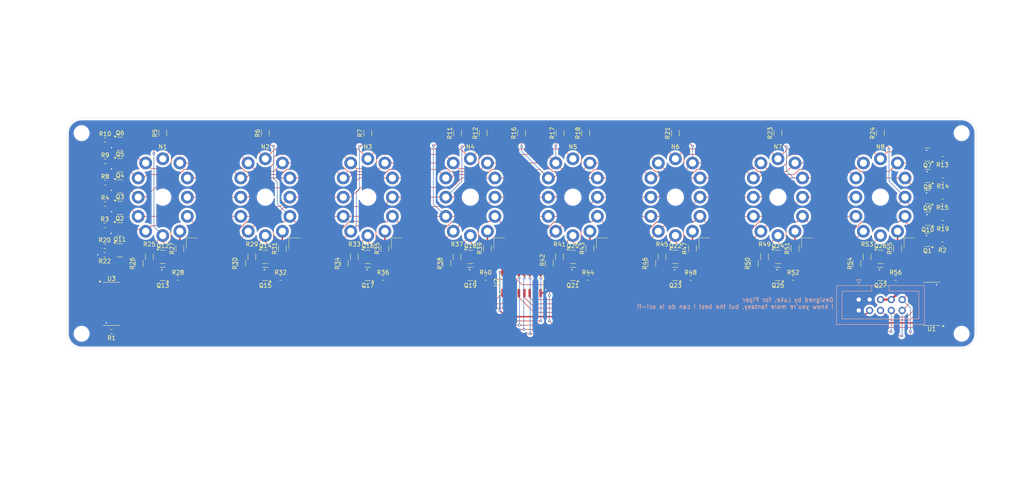
<source format=kicad_pcb>
(kicad_pcb (version 20240108) (generator "pcbnew") (generator_version "8.0")
  (title_block (title "Nixie Driver Board PCB") (date "2024-06-09") (rev "0.1.1"))
  (layers (0 "F.Cu" signal) (31 "B.Cu" signal) (34 "B.Paste" user) (35 "F.Paste" user) (36 "B.SilkS" user "B.Silkscreen") (37 "F.SilkS" user "F.Silkscreen") (38 "B.Mask" user) (39 "F.Mask" user) (44 "Edge.Cuts" user))
  (net 0 "")
  (net 1 "OE")
  (net 2 "CLK")
  (net 3 "LATCH")
  (net 4 "SER")
  (net 5 "/K_3")
  (net 6 "/K_9")
  (net 7 "/Nixie_1/NIXIE_ANODE")
  (net 8 "/K_7")
  (net 9 "/K_5")
  (net 10 "/K_1")
  (net 11 "/K_8")
  (net 12 "/K_10")
  (net 13 "/K_6")
  (net 14 "/K_4")
  (net 15 "/K_0")
  (net 16 "/K_2")
  (net 17 "/Nixie_2/NIXIE_ANODE")
  (net 18 "/Nixie_3/NIXIE_ANODE")
  (net 19 "/Nixie_4/NIXIE_ANODE")
  (net 20 "/Nixie_5/NIXIE_ANODE")
  (net 21 "/Nixie_6/NIXIE_ANODE")
  (net 22 "/Nixie_7/NIXIE_ANODE")
  (net 23 "/Nixie_8/NIXIE_ANODE")
  (net 24 "/N_0_B")
  (net 25 "GND")
  (net 26 "/N_1_B")
  (net 27 "/N_2_B")
  (net 28 "/N_3_B")
  (net 29 "/N_4_B")
  (net 30 "/N_5_B")
  (net 31 "/N_6_B")
  (net 32 "/N_7_B")
  (net 33 "/N_8_B")
  (net 34 "/N_9_B")
  (net 35 "/N_DP_B")
  (net 36 "170V")
  (net 37 "/Nixie_1/P_B")
  (net 38 "/Nixie_1/P_C")
  (net 39 "/Nixie_1/N_C")
  (net 40 "/Nixie_1/N_B")
  (net 41 "/Nixie_2/P_B")
  (net 42 "/Nixie_2/P_C")
  (net 43 "/Nixie_2/N_B")
  (net 44 "/Nixie_2/N_C")
  (net 45 "/Nixie_3/P_C")
  (net 46 "/Nixie_3/P_B")
  (net 47 "/Nixie_3/N_C")
  (net 48 "/Nixie_3/N_B")
  (net 49 "/Nixie_4/P_B")
  (net 50 "/Nixie_4/P_C")
  (net 51 "/Nixie_4/N_B")
  (net 52 "/Nixie_4/N_C")
  (net 53 "/Nixie_5/P_B")
  (net 54 "/Nixie_5/P_C")
  (net 55 "/Nixie_5/N_B")
  (net 56 "/Nixie_5/N_C")
  (net 57 "/Nixie_6/P_B")
  (net 58 "/Nixie_6/P_C")
  (net 59 "/Nixie_6/N_C")
  (net 60 "/Nixie_6/N_B")
  (net 61 "/Nixie_7/P_C")
  (net 62 "/Nixie_7/P_B")
  (net 63 "/Nixie_7/N_C")
  (net 64 "/Nixie_7/N_B")
  (net 65 "/Nixie_8/P_B")
  (net 66 "/Nixie_8/P_C")
  (net 67 "/Nixie_8/N_C")
  (net 68 "/Nixie_8/N_B")
  (net 69 "N_0")
  (net 70 "N_1")
  (net 71 "N_2")
  (net 72 "N_3")
  (net 73 "N_4")
  (net 74 "N_5")
  (net 75 "N_6")
  (net 76 "N_7")
  (net 77 "N_8")
  (net 78 "N_9")
  (net 79 "N_DP")
  (net 80 "A_1")
  (net 81 "A_2")
  (net 82 "A_3")
  (net 83 "A_4")
  (net 84 "A_5")
  (net 85 "A_6")
  (net 86 "A_7")
  (net 87 "A_8")
  (net 88 "/NIXIE_CONNECTION")
  (net 89 "+3V3")
  (net 90 "/SER_CHAIN_1")
  (net 91 "/SER_CHAIN_2")
  (net 93 "/N_DP_E")
  (footprint "Resistor_SMD:R_0603_1608Metric" (layer "F.Cu") (at 55.4 86.6)
    (property "Reference" "R3")
    (property "Value" "10k" (hide yes))
  )
  (footprint "Resistor_SMD:R_0603_1608Metric" (layer "F.Cu") (at 96.5625 98.95 180)
    (property "Reference" "R32")
    (property "Value" "10k" (hide yes))
  )
  (footprint "Package_TO_SOT_SMD:SOT-23" (layer "F.Cu") (at 93 94)
    (property "Reference" "Q14")
    (property "Value" "MMBTA92" (hide yes))
  )
  (footprint "Resistor_SMD:R_1206_3216Metric" (layer "F.Cu") (at 137.86 94 90)
    (property "Reference" "R37")
    (property "Value" "10k" (hide yes))
  )
  (footprint "Resistor_SMD:R_1206_3216Metric" (layer "F.Cu") (at 213 65 90)
    (property "Reference" "R23")
    (property "Value" "412k" (hide yes))
  )
  (footprint "Resistor_SMD:R_0603_1608Metric" (layer "F.Cu") (at 55.5 66.6)
    (property "Reference" "R10")
    (property "Value" "10k" (hide yes))
  )
  (footprint "MountingHole:MountingHole_3.2mm_M3" (layer "F.Cu") (at 50 112)
    (property "Reference" "H3" (hide yes))
    (property "Value" "MountingHole" (hide yes))
  )
  (footprint "Resistor_SMD:R_1206_3216Metric" (layer "F.Cu") (at 207.49 95.52 -90)
    (property "Reference" "R50")
    (property "Value" "412k" (hide yes))
  )
  (footprint "Resistor_SMD:R_0603_1608Metric" (layer "F.Cu") (at 55.5 71.6)
    (property "Reference" "R9")
    (property "Value" "10k" (hide yes))
  )
  (footprint "Resistor_SMD:R_0603_1608Metric" (layer "F.Cu") (at 72.5625 98.95 180)
    (property "Reference" "R28")
    (property "Value" "10k" (hide yes))
  )
  (footprint "Package_TO_SOT_SMD:SOT-23" (layer "F.Cu") (at 93 98 180)
    (property "Reference" "Q15")
    (property "Value" "MMBTA42" (hide yes))
  )
  (footprint "Resistor_SMD:R_1206_3216Metric" (layer "F.Cu") (at 162 65 90)
    (property "Reference" "R17")
    (property "Value" "412k" (hide yes))
  )
  (footprint "Resistor_SMD:R_1206_3216Metric" (layer "F.Cu") (at 113.86 94 90)
    (property "Reference" "R33")
    (property "Value" "10k" (hide yes))
  )
  (footprint "Custom:IN12" (layer "F.Cu") (at 69 80)
    (property "Reference" "N1")
    (property "Value" "~" (hide yes))
  )
  (footprint "Resistor_SMD:R_1206_3216Metric" (layer "F.Cu") (at 63.49 95.52 -90)
    (property "Reference" "R26")
    (property "Value" "412k" (hide yes))
  )
  (footprint "Package_SO:SOIC-16_3.9x9.9mm_P1.27mm" (layer "F.Cu") (at 249 105 180)
    (property "Reference" "U1")
    (property "Value" "74HC595" (hide yes))
  )
  (footprint "Resistor_SMD:R_1206_3216Metric" (layer "F.Cu") (at 231.49 95.52 -90)
    (property "Reference" "R54")
    (property "Value" "412k" (hide yes))
  )
  (footprint "Resistor_SMD:R_1206_3216Metric" (layer "F.Cu") (at 217 92 90)
    (property "Reference" "R51")
    (property "Value" "10k" (hide yes))
  )
  (footprint "Package_TO_SOT_SMD:SOT-23" (layer "F.Cu") (at 141 94)
    (property "Reference" "Q18")
    (property "Value" "MMBTA92" (hide yes))
  )
  (footprint "Resistor_SMD:R_1206_3216Metric" (layer "F.Cu") (at 233.86 94 90)
    (property "Reference" "R53")
    (property "Value" "10k" (hide yes))
  )
  (footprint "Package_TO_SOT_SMD:SOT-23" (layer "F.Cu") (at 58.9375 87.55)
    (property "Reference" "Q2")
    (property "Value" "MMBTA42" (hide yes))
  )
  (footprint "Package_TO_SOT_SMD:SOT-23" (layer "F.Cu") (at 58.9375 92.45)
    (property "Reference" "Q11")
    (property "Value" "MMBTA42" (hide yes))
  )
  (footprint "Resistor_SMD:R_1206_3216Metric" (layer "F.Cu") (at 189 65 90)
    (property "Reference" "R21")
    (property "Value" "412k" (hide yes))
  )
  (footprint "MountingHole:MountingHole_3.2mm_M3" (layer "F.Cu") (at 256 112)
    (property "Reference" "H4" (hide yes))
    (property "Value" "MountingHole" (hide yes))
  )
  (footprint "Resistor_SMD:R_0603_1608Metric" (layer "F.Cu") (at 55.5 81.6)
    (property "Reference" "R4")
    (property "Value" "10k" (hide yes))
  )
  (footprint "Resistor_SMD:R_1206_3216Metric" (layer "F.Cu") (at 241 92 90)
    (property "Reference" "R55")
    (property "Value" "10k" (hide yes))
  )
  (footprint "Package_TO_SOT_SMD:SOT-23" (layer "F.Cu") (at 189 94)
    (property "Reference" "Q22")
    (property "Value" "MMBTA92" (hide yes))
  )
  (footprint "Custom:IN12" (layer "F.Cu") (at 237 80)
    (property "Reference" "N8")
    (property "Value" "~" (hide yes))
  )
  (footprint "MountingHole:MountingHole_3.2mm_M3" (layer "F.Cu") (at 256 65)
    (property "Reference" "H2" (hide yes))
    (property "Value" "MountingHole" (hide yes))
  )
  (footprint "Custom:IN12" (layer "F.Cu") (at 93 80)
    (property "Reference" "N2")
    (property "Value" "~" (hide yes))
  )
  (footprint "Resistor_SMD:R_1206_3216Metric" (layer "F.Cu") (at 97 92 90)
    (property "Reference" "R31")
    (property "Value" "10k" (hide yes))
  )
  (footprint "Custom:IN12" (layer "F.Cu") (at 117 80)
    (property "Reference" "N3")
    (property "Value" "~" (hide yes))
  )
  (footprint "Package_TO_SOT_SMD:SOT-23" (layer "F.Cu") (at 165 98 180)
    (property "Reference" "Q21")
    (property "Value" "MMBTA42" (hide yes))
  )
  (footprint "Resistor_SMD:R_1206_3216Metric" (layer "F.Cu") (at 161.86 94 90)
    (property "Reference" "R41")
    (property "Value" "10k" (hide yes))
  )
  (footprint "Custom:IN12" (layer "F.Cu") (at 141 80)
    (property "Reference" "N4")
    (property "Value" "~" (hide yes))
  )
  (footprint "Resistor_SMD:R_0603_1608Metric" (layer "F.Cu") (at 216.5625 98.95 180)
    (property "Reference" "R52")
    (property "Value" "10k" (hide yes))
  )
  (footprint "Resistor_SMD:R_0603_1608Metric" (layer "F.Cu") (at 55.5 76.6)
    (property "Reference" "R8")
    (property "Value" "10k" (hide yes))
  )
  (footprint "Package_TO_SOT_SMD:SOT-23" (layer "F.Cu") (at 59 77.5)
    (property "Reference" "Q4")
    (property "Value" "MMBTA42" (hide yes))
  )
  (footprint "Resistor_SMD:R_1206_3216Metric" (layer "F.Cu") (at 153 65 90)
    (property "Reference" "R16")
    (property "Value" "412k" (hide yes))
  )
  (footprint "Package_TO_SOT_SMD:SOT-23" (layer "F.Cu") (at 141 98 180)
    (property "Reference" "Q19")
    (property "Value" "MMBTA42" (hide yes))
  )
  (footprint "MountingHole:MountingHole_3.2mm_M3" (layer "F.Cu") (at 50 65)
    (property "Reference" "H1" (hide yes))
    (property "Value" "MountingHole" (hide yes))
  )
  (footprint "Package_TO_SOT_SMD:SOT-23" (layer "F.Cu") (at 189 98 180)
    (property "Reference" "Q23")
    (property "Value" "MMBTA42" (hide yes))
  )
  (footprint "Resistor_SMD:R_1206_3216Metric" (layer "F.Cu") (at 135.49 95.52 -90)
    (property "Reference" "R38")
    (property "Value" "412k" (hide yes))
  )
  (footprint "Resistor_SMD:R_1206_3216Metric" (layer "F.Cu") (at 168 65 90)
    (property "Reference" "R18")
    (property "Value" "412k" (hide yes))
  )
  (footprint "Resistor_SMD:R_0603_1608Metric" (layer "F.Cu") (at 168.5625 98.95 180)
    (property "Reference" "R44")
    (property "Value" "10k" (hide yes))
  )
  (footprint "Package_SO:SOIC-16_3.9x9.9mm_P1.27mm" (layer "F.Cu") (at 153 100 90)
    (property "Reference" "U2")
    (property "Value" "74HC595" (hide yes))
  )
  (footprint "Resistor_SMD:R_1206_3216Metric" (layer "F.Cu") (at 73 92 90)
    (property "Reference" "R27")
    (property "Value" "10k" (hide yes))
  )
  (footprint "Resistor_SMD:R_0603_1608Metric" (layer "F.Cu") (at 251.5 81 180)
    (property "Reference" "R15")
    (property "Value" "10k" (hide yes))
  )
  (footprint "Resistor_SMD:R_0603_1608Metric" (layer "F.Cu") (at 251.5 91 180)
    (property "Reference" "R2")
    (property "Value" "10k" (hide yes))
  )
  (footprint "Resistor_SMD:R_1206_3216Metric" (layer "F.Cu") (at 193 92 90)
    (property "Reference" "R47")
    (property "Value" "10k" (hide yes))
  )
  (footprint "Package_TO_SOT_SMD:SOT-23" (layer "F.Cu") (at 117 98 180)
    (property "Reference" "Q17")
    (property "Value" "MMBTA42" (hide yes))
  )
  (footprint "Package_TO_SOT_SMD:SOT-23" (layer "F.Cu") (at 117 94)
    (property "Reference" "Q16")
    (property "Value" "MMBTA92" (hide yes))
  )
  (footprint "Resistor_SMD:R_0603_1608Metric" (layer "F.Cu") (at 251.5 71 180)
    (property "Reference" "R13")
    (property "Value" "10k" (hide yes))
  )
  (footprint "Resistor_SMD:R_1206_3216Metric" (layer "F.Cu") (at 117 65 90)
    (property "Reference" "R7")
    (property "Value" "412k" (hide yes))
  )
  (footprint "Resistor_SMD:R_0603_1608Metric" (layer "F.Cu") (at 251.6 86 180)
    (property "Reference" "R19")
    (property "Value" "10k" (hide yes))
  )
  (footprint "Resistor_SMD:R_1206_3216Metric" (layer "F.Cu") (at 65.86 94 90)
    (property "Reference" "R25")
    (property "Value" "10k" (hide yes))
  )
  (footprint "Resistor_SMD:R_0603_1608Metric" (layer "F.Cu") (at 144.5625 98.95 180)
    (property "Reference" "R40")
    (property "Value" "10k" (hide yes))
  )
  (footprint "Resistor_SMD:R_0603_1608Metric" (layer "F.Cu") (at 120.5625 98.95 180)
    (property "Reference" "R36")
    (property "Value" "10k" (hide yes))
  )
  (footprint "Resistor_SMD:R_1206_3216Metric" (layer "F.Cu") (at 209.86 94 90)
    (property "Reference" "R49")
    (property "Value" "10k" (hide yes))
  )
  (footprint "Package_TO_SOT_SMD:SOT-23" (layer "F.Cu") (at 237 94)
    (property "Reference" "Q26")
    (property "Value" "MMBTA92" (hide yes))
  )
  (footprint "Package_TO_SOT_SMD:SOT-23" (layer "F.Cu") (at 59 82.5)
    (property "Reference" "Q3")
    (property "Value" "MMBTA42" (hide yes))
  )
  (footprint "Resistor_SMD:R_1206_3216Metric" (layer "F.Cu") (at 144 65 90)
    (property "Reference" "R12")
    (property "Value" "412k" (hide yes))
  )
  (footprint "Resistor_SMD:R_0603_1608Metric" (layer "F.Cu") (at 55.4 91.5)
    (property "Reference" "R20")
    (property "Value" "10k" (hide yes))
  )
  (footprint "Resistor_SMD:R_1206_3216Metric" (layer "F.Cu") (at 145 92 90)
    (property "Reference" "R39")
    (property "Value" "10k" (hide yes))
  )
  (footprint "Package_TO_SOT_SMD:SOT-23" (layer "F.Cu") (at 165 94)
    (property "Reference" "Q20")
    (property "Value" "MMBTA92" (hide yes))
  )
  (footprint "Resistor_SMD:R_0603_1608Metric" (layer "F.Cu") (at 240.5625 98.95 180)
    (property "Reference" "R56")
    (property "Value" "10k" (hide yes))
  )
  (footprint "Custom:IN12" (layer "F.Cu") (at 213 80)
    (property "Reference" "N7")
    (property "Value" "~" (hide yes))
  )
  (footprint "Package_TO_SOT_SMD:SOT-23" (layer "F.Cu") (at 248 80 180)
    (property "Reference" "Q9")
    (property "Value" "MMBTA42" (hide yes))
  )
  (footprint "Package_TO_SOT_SMD:SOT-23" (layer "F.Cu") (at 248.0625 75.05 180)
    (property "Reference" "Q8")
    (property "Value" "MMBTA42" (hide yes))
  )
  (footprint "Resistor_SMD:R_1206_3216Metric" (layer "F.Cu") (at 87.49 95.52 -90)
    (property "Reference" "R30")
    (property "Value" "412k" (hide yes))
  )
  (footprint "Resistor_SMD:R_1206_3216Metric" (layer "F.Cu") (at 111.49 95.52 -90)
    (property "Reference" "R34")
    (property "Value" "412k" (hide yes))
  )
  (footprint "Custom:IN12" (layer "F.Cu") (at 165 80)
    (property "Reference" "N5")
    (property "Value" "~" (hide yes))
  )
  (footprint "Resistor_SMD:R_1206_3216Metric" (layer "F.Cu") (at 169 92 90)
    (property "Reference" "R43")
    (property "Value" "10k" (hide yes))
  )
  (footprint "Package_TO_SOT_SMD:SOT-23" (layer "F.Cu") (at 69 94)
    (property "Reference" "Q12")
    (property "Value" "MMBTA92" (hide yes))
  )
  (footprint "Package_TO_SOT_SMD:SOT-23" (layer "F.Cu") (at 59 67.5)
    (property "Reference" "Q6")
    (property "Value" "MMBTA42" (hide yes))
  )
  (footprint "Resistor_SMD:R_1206_3216Metric" (layer "F.Cu") (at 121 92 90)
    (property "Reference" "R35")
    (property "Value" "10k" (hide yes))
  )
  (footprint "Package_TO_SOT_SMD:SOT-23" (layer "F.Cu") (at 213 98 180)
    (property "Reference" "Q25")
    (property "Value" "MMBTA42" (hide yes))
  )
  (footprint "Resistor_SMD:R_0603_1608Metric" (layer "F.Cu") (at 192.5625 98.95 180)
    (property "Reference" "R48")
    (property "Value" "10k" (hide yes))
  )
  (footprint "Package_TO_SOT_SMD:SOT-23" (layer "F.Cu") (at 248 70 180)
    (property "Reference" "Q7")
    (property "Value" "MMBTA42" (hide yes))
  )
  (footprint "Package_TO_SOT_SMD:SOT-23" (layer "F.Cu") (at 69 98 180)
    (property "Reference" "Q13")
    (property "Value" "MMBTA42" (hide yes))
  )
  (footprint "Resistor_SMD:R_0603_1608Metric" (layer "F.Cu") (at 55.4 93.5 180)
    (property "Reference" "R22")
    (property "Value" "100k" (hide yes))
  )
  (footprint "Resistor_SMD:R_1206_3216Metric" (layer "F.Cu") (at 69 65 90)
    (property "Reference" "R5")
    (property "Value" "412k" (hide yes))
  )
  (footprint "Resistor_SMD:R_1206_3216Metric" (layer "F.Cu") (at 237 65 90)
    (property "Reference" "R24")
    (property "Value" "412k" (hide yes))
  )
  (footprint "Resistor_SMD:R_0603_1608Metric" (layer "F.Cu") (at 57 111.5)
    (property "Reference" "R1")
    (property "Value" "10k" (hide yes))
  )
  (footprint "Resistor_SMD:R_1206_3216Metric" (layer "F.Cu") (at 138 65 90)
    (property "Reference" "R11")
    (property "Value" "412k" (hide yes))
  )
  (footprint "Package_TO_SOT_SMD:SOT-23" (layer "F.Cu") (at 59 72.5)
    (property "Reference" "Q5")
    (property "Value" "MMBTA42" (hide yes))
  )
  (footprint "Package_TO_SOT_SMD:SOT-23" (layer "F.Cu") (at 248.0625 85.05 180)
    (property "Reference" "Q10")
    (property "Value" "MMBTA42" (hide yes))
  )
  (footprint "Resistor_SMD:R_1206_3216Metric" (layer "F.Cu") (at 185.86 94 90)
    (property "Reference" "R45")
    (property "Value" "10k" (hide yes))
  )
  (footprint "Package_TO_SOT_SMD:SOT-23" (layer "F.Cu") (at 248 90 180)
    (property "Reference" "Q1")
    (property "Value" "MMBTA42" (hide yes))
  )
  (footprint "Package_SO:SOIC-16_3.9x9.9mm_P1.27mm" (layer "F.Cu") (at 57 105)
    (property "Reference" "U3")
    (property "Value" "74HC595" (hide yes))
  )
  (footprint "Package_TO_SOT_SMD:SOT-23" (layer "F.Cu") (at 237 98 180)
    (property "Reference" "Q27")
    (property "Value" "MMBTA42" (hide yes))
  )
  (footprint "Resistor_SMD:R_1206_3216Metric" (layer "F.Cu") (at 89.86 94 90)
    (property "Reference" "R29")
    (property "Value" "10k" (hide yes))
  )
  (footprint "Package_TO_SOT_SMD:SOT-23" (layer "F.Cu") (at 213 94)
    (property "Reference" "Q24")
    (property "Value" "MMBTA92" (hide yes))
  )
  (footprint "Resistor_SMD:R_1206_3216Metric" (layer "F.Cu") (at 93 65 90)
    (property "Reference" "R6")
    (property "Value" "412k" (hide yes))
  )
  (footprint "Custom:IN12" (layer "F.Cu") (at 189 80)
    (property "Reference" "N6")
    (property "Value" "~" (hide yes))
  )
  (footprint "Resistor_SMD:R_1206_3216Metric" (layer "F.Cu") (at 183.49 95.52 -90)
    (property "Reference" "R46")
    (property "Value" "412k" (hide yes))
  )
  (footprint "Resistor_SMD:R_1206_3216Metric" (layer "F.Cu") (at 159.49 95.52 -90)
    (property "Reference" "R42")
    (property "Value" "412k" (hide yes))
  )
  (footprint "Resistor_SMD:R_0603_1608Metric" (layer "F.Cu") (at 251.6 76 180)
    (property "Reference" "R14")
    (property "Value" "10k" (hide yes))
  )
  (footprint "Connector_IDC:IDC-Header_2x05_P2.54mm_Vertical" (layer "B.Cu") (at 231.92 104 -90)
    (property "Reference" "J1" (hide yes))
    (property "Value" "Conn_01x10_Pin" (hide yes))
  )
  (gr_line (start 46.5 65) (end 46.5 112) (stroke (width 0.05)) (layer "Edge.Cuts"))
  (gr_line (start 256 61.5) (end 50 61.5) (stroke (width 0.05)) (layer "Edge.Cuts"))
  (gr_arc (start 50 115.5) (mid 47.525126 114.474874) (end 46.5 112) (stroke (width 0.05)) (layer "Edge.Cuts"))
  (gr_arc (start 259.5 112) (mid 258.474874 114.474874) (end 256 115.5) (stroke (width 0.05)) (layer "Edge.Cuts"))
  (gr_arc (start 256 61.5) (mid 258.474874 62.525126) (end 259.5 65) (stroke (width 0.05)) (layer "Edge.Cuts"))
  (gr_line (start 256 115.5) (end 50 115.5) (stroke (width 0.05)) (layer "Edge.Cuts"))
  (gr_line (start 259.5 112) (end 259.5 65) (stroke (width 0.05)) (layer "Edge.Cuts"))
  (gr_arc (start 46.5 65) (mid 47.525126 62.525126) (end 50 61.5) (stroke (width 0.05)) (layer "Edge.Cuts"))
  (gr_text "Designed by Luke, for Piper\nI know you're more fantasy, but the best I can do is sci-fi" (at 226.07 106.24 0) (layer "B.SilkS") (effects (font (size 1 1) (thickness 0.153)) (justify left bottom mirror)))
  (segment (start 63.5 106.5) (end 67 110) (width 0.13) (layer "F.Cu") (net 1))
  (segment (start 245.665 105.635) (end 246.525 105.635) (width 0.13) (layer "F.Cu") (net 1))
  (segment (start 241.1 108.1) (end 243.2 108.1) (width 0.13) (layer "F.Cu") (net 1))
  (segment (start 243.2 108.1) (end 245.665 105.635) (width 0.13) (layer "F.Cu") (net 1))
  (segment (start 58.500001 104.365) (end 57.825 105.040001) (width 0.13) (layer "F.Cu") (net 1))
  (segment (start 61.365 104.365) (end 63.5 106.5) (width 0.13) (layer "F.Cu") (net 1))
  (segment (start 239.54 106.54) (end 241.1 108.1) (width 0.13) (layer "F.Cu") (net 1))
  (segment (start 59.475 104.365) (end 61.365 104.365) (width 0.13) (layer "F.Cu") (net 1))
  (segment (start 163 111.5) (end 239.5 111.5) (width 0.13) (layer "F.Cu") (net 1))
  (segment (start 67 110) (end 70.5 110) (width 0.13) (layer "F.Cu") (net 1))
  (segment (start 160 111.5) (end 163 111.5) (width 0.13) (layer "F.Cu") (net 1))
  (segment (start 57.825 105.040001) (end 57.825 111.5) (width 0.13) (layer "F.Cu") (net 1))
  (segment (start 152.5 110) (end 158.5 110) (width 0.13) (layer "F.Cu") (net 1))
  (segment (start 152.365 98.865) (end 152.4 98.9) (width 0.13) (layer "F.Cu") (net 1))
  (segment (start 59.475 104.365) (end 58.500001 104.365) (width 0.13) (layer "F.Cu") (net 1))
  (segment (start 158.5 110) (end 160 111.5) (width 0.13) (layer "F.Cu") (net 1))
  (segment (start 152.365 97.525) (end 152.365 98.865) (width 0.13) (layer "F.Cu") (net 1))
  (segment (start 70.5 110) (end 152.5 110) (width 0.13) (layer "F.Cu") (net 1))
  (via (at 152.4 98.9) (size 0.6) (drill 0.3) (layers "F.Cu" "B.Cu") (net 1))
  (via (at 152.5 110) (size 0.6) (drill 0.3) (layers "F.Cu" "B.Cu") (net 1))
  (via (at 239.5 111.5) (size 0.6) (drill 0.3) (layers "F.Cu" "B.Cu") (net 1))
  (segment (start 239.5 106.58) (end 239.54 106.54) (width 0.13) (layer "B.Cu") (net 1))
  (segment (start 239.54 111.46) (end 239.54 106.54) (width 0.13) (layer "B.Cu") (net 1))
  (segment (start 239.5 111.5) (end 239.54 111.46) (width 0.13) (layer "B.Cu") (net 1))
  (segment (start 152.5 110) (end 152.5 99) (width 0.13) (layer "B.Cu") (net 1))
  (segment (start 152.5 99) (end 152.4 98.9) (width 0.13) (layer "B.Cu") (net 1))
  (segment (start 158 113.5) (end 163 113.5) (width 0.13) (layer "F.Cu") (net 2))
  (segment (start 70.5 112) (end 155 112) (width 0.13) (layer "F.Cu") (net 2))
  (segment (start 156.5 112) (end 157.5 113) (width 0.13) (layer "F.Cu") (net 2))
  (segment (start 59.475 106.905) (end 60.905 106.905) (width 0.13) (layer "F.Cu") (net 2))
  (segment (start 242.985 103.095) (end 246.525 103.095) (width 0.13) (layer "F.Cu") (net 2))
  (segment (start 157.5 113) (end 158 113.5) (width 0.13) (layer "F.Cu") (net 2))
  (segment (start 242.08 104) (end 242.985 103.095) (width 0.13) (layer "F.Cu") (net 2))
  (segment (start 244 112.5) (end 244 111.5) (width 0.13) (layer "F.Cu") (net 2))
  (segment (start 155 99) (end 154.905 98.905) (width 0.13) (layer "F.Cu") (net 2))
  (segment (start 154.905 98.905) (end 154.905 97.525) (width 0.13) (layer "F.Cu") (net 2))
  (segment (start 243 113.5) (end 244 112.5) (width 0.13) (layer "F.Cu") (net 2))
  (segment (start 60.905 106.905) (end 64 110) (width 0.13) (layer "F.Cu") (net 2))
  (segment (start 163 113.5) (end 243 113.5) (width 0.13) (layer "F.Cu") (net 2))
  (segment (start 66 112) (end 70.5 112) (width 0.13) (layer "F.Cu") (net 2))
  (segment (start 64 110) (end 66 112) (width 0.13) (layer "F.Cu") (net 2))
  (segment (start 155 112) (end 156.5 112) (width 0.13) (layer "F.Cu") (net 2))
  (via (at 244 111.5) (size 0.6) (drill 0.3) (layers "F.Cu" "B.Cu") (net 2))
  (via (at 155 112) (size 0.6) (drill 0.3) (layers "F.Cu" "B.Cu") (net 2))
  (via (at 155 99) (size 0.6) (drill 0.3) (layers "F.Cu" "B.Cu") (net 2))
  (segment (start 244 111.5) (end 244 105.92) (width 0.13) (layer "B.Cu") (net 2))
  (segment (start 155 112) (end 155 99) (width 0.13) (layer "B.Cu") (net 2))
  (segment (start 244 105.92) (end 242.08 104) (width 0.13) (layer "B.Cu") (net 2))
  (segment (start 61.135 105.635) (end 65 109.5) (width 0.13) (layer "F.Cu") (net 3))
  (segment (start 65 109.5) (end 66.5 111) (width 0.13) (layer "F.Cu") (net 3))
  (segment (start 153.5 111) (end 157.5 111) (width 0.13) (layer "F.Cu") (net 3))
  (segment (start 66.5 111) (end 70.5 111) (width 0.13) (layer "F.Cu") (net 3))
  (segment (start 157.5 111) (end 158.5 112) (width 0.13) (layer "F.Cu") (net 3))
  (segment (start 163 112.5) (end 242 112.5) (width 0.13) (layer "F.Cu") (net 3))
  (segment (start 158.5 112) (end 159 112.5) (width 0.13) (layer "F.Cu") (net 3))
  (segment (start 153.635 98.835) (end 153.7 98.9) (width 0.13) (layer "F.Cu") (net 3))
  (segment (start 244.255 104.365) (end 246.525 104.365) (width 0.13) (layer "F.Cu") (net 3))
  (segment (start 153.635 97.525) (end 153.635 98.835) (width 0.13) (layer "F.Cu") (net 3))
  (segment (start 59.475 105.635) (end 61.135 105.635) (width 0.13) (layer "F.Cu") (net 3))
  (segment (start 70.5 111) (end 153.5 111) (width 0.13) (layer "F.Cu") (net 3))
  (segment (start 159 112.5) (end 163 112.5) (width 0.13) (layer "F.Cu") (net 3))
  (segment (start 242.08 106.54) (end 244.255 104.365) (width 0.13) (layer "F.Cu") (net 3))
  (via (at 153.5 111) (size 0.6) (drill 0.3) (layers "F.Cu" "B.Cu") (net 3))
  (via (at 153.7 98.9) (size 0.6) (drill 0.3) (layers "F.Cu" "B.Cu") (net 3))
  (via (at 242 112.5) (size 0.6) (drill 0.3) (layers "F.Cu" "B.Cu") (net 3))
  (segment (start 153.5 111) (end 153.5 99.1) (width 0.13) (layer "B.Cu") (net 3))
  (segment (start 242 112.5) (end 242.08 112.42) (width 0.13) (layer "B.Cu") (net 3))
  (segment (start 242.08 112.42) (end 242.08 106.54) (width 0.13) (layer "B.Cu") (net 3))
  (segment (start 153.5 99.1) (end 153.7 98.9) (width 0.13) (layer "B.Cu") (net 3))
  (segment (start 237 106.54) (end 239.26 108.8) (width 0.13) (layer "F.Cu") (net 4))
  (segment (start 245.795 106.905) (end 246.525 106.905) (width 0.13) (layer "F.Cu") (net 4))
  (segment (start 243.9 108.8) (end 245.795 106.905) (width 0.13) (layer "F.Cu") (net 4))
  (segment (start 239.26 108.8) (end 243.9 108.8) (width 0.13) (layer "F.Cu") (net 4))
  (segment (start 207.25 80) (end 209 80) (width 0.13) (layer "F.Cu") (net 5))
  (segment (start 79.3 77.8) (end 81.5 80) (width 0.13) (layer "F.Cu") (net 5))
  (segment (start 81.5 80) (end 87.25 80) (width 0.13) (layer "F.Cu") (net 5))
  (segment (start 139.2 77.8) (end 139.6 77.8) (width 0.13) (layer "F.Cu") (net 5))
  (segment (start 159.25 80) (end 161 80) (width 0.13) (layer "F.Cu") (net 5))
  (segment (start 183.25 80) (end 185 80) (width 0.13) (layer "F.Cu") (net 5))
  (segment (start 111.25 80) (end 113 80) (width 0.13) (layer "F.Cu") (net 5))
  (segment (start 60.75 77.5) (end 63.25 80) (width 0.13) (layer "F.Cu") (net 5))
  (segment (start 89 80) (end 91.2 77.8) (width 0.13) (layer "F.Cu") (net 5))
  (segment (start 129.5 80) (end 135.25 80) (width 0.13) (layer "F.Cu") (net 5))
  (segment (start 151.3 77.8) (end 153.5 80) (width 0.13) (layer "F.Cu") (net 5))
  (segment (start 87.25 80) (end 89 80) (width 0.13) (layer "F.Cu") (net 5))
  (segment (start 67.6 77.8) (end 79.3 77.8) (width 0.13) (layer "F.Cu") (net 5))
  (segment (start 187.2 77.8) (end 187.6 77.8) (width 0.13) (layer "F.Cu") (net 5))
  (segment (start 187.6 77.8) (end 199.3 77.8) (width 0.13) (layer "F.Cu") (net 5))
  (segment (start 91.6 77.8) (end 103.3 77.8) (width 0.13) (layer "F.Cu") (net 5))
  (segment (start 201.5 80) (end 207.25 80) (width 0.13) (layer "F.Cu") (net 5))
  (segment (start 163.2 77.8) (end 163.6 77.8) (width 0.13) (layer "F.Cu") (net 5))
  (segment (start 135.25 80) (end 137 80) (width 0.13) (layer "F.Cu") (net 5))
  (segment (start 139.34 68.2) (end 141.0775 66.4625) (width 0.13) (layer "F.Cu") (net 5))
  (segment (start 91.2 77.8) (end 91.6 77.8) (width 0.13) (layer "F.Cu") (net 5))
  (segment (start 137 80) (end 139.2 77.8) (width 0.13) (layer "F.Cu") (net 5))
  (segment (start 139.02 68.2) (end 139.34 68.2) (width 0.13) (layer "F.Cu") (net 5))
  (segment (start 199.3 77.8) (end 201.5 80) (width 0.13) (layer "F.Cu") (net 5))
  (segment (start 63.25 80) (end 65 80) (width 0.13) (layer "F.Cu") (net 5))
  (segment (start 103.3 77.8) (end 105.5 80) (width 0.13) (layer "F.Cu") (net 5))
  (segment (start 211.2 77.8) (end 211.6 77.8) (width 0.13) (layer "F.Cu") (net 5))
  (segment (start 163.6 77.8) (end 175.3 77.8) (width 0.13) (layer "F.Cu") (net 5))
  (segment (start 127.3 77.8) (end 129.5 80) (width 0.13) (layer "F.Cu") (net 5))
  (segment (start 177.5 80) (end 183.25 80) (width 0.13) (layer "F.Cu") (net 5))
  (segment (start 139.6 77.8) (end 151.3 77.8) (width 0.13) (layer "F.Cu") (net 5))
  (segment (start 225.5 80) (end 231.25 80) (width 0.13) (layer "F.Cu") (net 5))
  (segment (start 67.2 77.8) (end 67.6 77.8) (width 0.13) (layer "F.Cu") (net 5))
  (segment (start 113 80) (end 115.2 77.8) (width 0.13) (layer "F.Cu") (net 5))
  (segment (start 59.9375 77.5) (end 60.75 77.5) (width 0.13) (layer "F.Cu") (net 5))
  (segment (start 175.3 77.8) (end 177.5 80) (width 0.13) (layer "F.Cu") (net 5))
  (segment (start 153.5 80) (end 159.25 80) (width 0.13) (layer "F.Cu") (net 5))
  (segment (start 105.5 80) (end 111.25 80) (width 0.13) (layer "F.Cu") (net 5))
  (segment (start 141.0775 66.4625) (end 144 66.4625) (width 0.13) (layer "F.Cu") (net 5))
  (segment (start 115.6 77.8) (end 127.3 77.8) (width 0.13) (layer "F.Cu") (net 5))
  (segment (start 185 80) (end 187.2 77.8) (width 0.13) (layer "F.Cu") (net 5))
  (segment (start 65 80) (end 67.2 77.8) (width 0.13) (layer "F.Cu") (net 5))
  (segment (start 115.2 77.8) (end 115.6 77.8) (width 0.13) (layer "F.Cu") (net 5))
  (segment (start 209 80) (end 211.2 77.8) (width 0.13) (layer "F.Cu") (net 5))
  (segment (start 223.3 77.8) (end 225.5 80) (width 0.13) (layer "F.Cu") (net 5))
  (segment (start 211.6 77.8) (end 223.3 77.8) (width 0.13) (layer "F.Cu") (net 5))
  (segment (start 161 80) (end 163.2 77.8) (width 0.13) (layer "F.Cu") (net 5))
  (via (at 139.02 68.2) (size 0.6) (drill 0.3) (layers "F.Cu" "B.Cu") (net 5))
  (segment (start 135.25 80) (end 139.02 76.23) (width 0.13) (layer "B.Cu") (net 5))
  (segment (start 139.02 76.23) (end 139.02 68.2) (width 0.13) (layer "B.Cu") (net 5))
  (segment (start 200.5 82.2) (end 216.55 82.2) (width 0.13) (layer "F.Cu") (net 6))
  (segment (start 152.5 82.2) (end 168.55 82.2) (width 0.13) (layer "F.Cu") (net 6))
  (segment (start 80.5 82.2) (end 96.55 82.2) (width 0.13) (layer "F.Cu") (net 6))
  (segment (start 198.3 80) (end 200.5 82.2) (width 0.13) (layer "F.Cu") (net 6))
  (segment (start 104.5 82.2) (end 120.55 82.2) (width 0.13) (layer "F.Cu") (net 6))
  (segment (start 239 68.4625) (end 237 66.4625) (width 0.13) (layer "F.Cu") (net 6))
  (segment (start 240.55 82.2) (end 242.75 80) (width 0.13) (layer "F.Cu") (net 6))
  (segment (start 247.125 85.05) (end 242.75 80.675) (width 0.13) (layer "F.Cu") (net 6))
  (segment (start 144.55 82.2) (end 146.75 80) (width 0.13) (layer "F.Cu") (net 6))
  (segment (start 168.55 82.2) (end 170.75 80) (width 0.13) (layer "F.Cu") (net 6))
  (segment (start 170.75 80) (end 174.3 80) (width 0.13) (layer "F.Cu") (net 6))
  (segment (start 120.55 82.2) (end 122.75 80) (width 0.13) (layer "F.Cu") (net 6))
  (segment (start 194.75 80) (end 198.3 80) (width 0.13) (layer "F.Cu") (net 6))
  (segment (start 126.3 80) (end 128.5 82.2) (width 0.13) (layer "F.Cu") (net 6))
  (segment (start 122.75 80) (end 126.3 80) (width 0.13) (layer "F.Cu") (net 6))
  (segment (start 216.55 82.2) (end 218.75 80) (width 0.13) (layer "F.Cu") (net 6))
  (segment (start 128.5 82.2) (end 144.55 82.2) (width 0.13) (layer "F.Cu") (net 6))
  (segment (start 192.55 82.2) (end 194.75 80) (width 0.13) (layer "F.Cu") (net 6))
  (segment (start 150.3 80) (end 152.5 82.2) (width 0.13) (layer "F.Cu") (net 6))
  (segment (start 224.5 82.2) (end 240.55 82.2) (width 0.13) (layer "F.Cu") (net 6))
  (segment (start 102.3 80) (end 104.5 82.2) (width 0.13) (layer "F.Cu") (net 6))
  (segment (start 146.75 80) (end 150.3 80) (width 0.13) (layer "F.Cu") (net 6))
  (segment (start 98.75 80) (end 102.3 80) (width 0.13) (layer "F.Cu") (net 6))
  (segment (start 74.75 80) (end 78.3 80) (width 0.13) (layer "F.Cu") (net 6))
  (segment (start 239 68.73) (end 239 68.4625) (width 0.13) (layer "F.Cu") (net 6))
  (segment (start 78.3 80) (end 80.5 82.2) (width 0.13) (layer "F.Cu") (net 6))
  (segment (start 242.75 80.675) (end 242.75 80) (width 0.13) (layer "F.Cu") (net 6))
  (segment (start 222.3 80) (end 224.5 82.2) (width 0.13) (layer "F.Cu") (net 6))
  (segment (start 174.3 80) (end 176.5 82.2) (width 0.13) (layer "F.Cu") (net 6))
  (segment (start 96.55 82.2) (end 98.75 80) (width 0.13) (layer "F.Cu") (net 6))
  (segment (start 218.75 80) (end 222.3 80) (width 0.13) (layer "F.Cu") (net 6))
  (segment (start 176.5 82.2) (end 192.55 82.2) (width 0.13) (layer "F.Cu") (net 6))
  (via (at 239 68.73) (size 0.6) (drill 0.3) (layers "F.Cu" "B.Cu") (net 6))
  (segment (start 239 76.25) (end 239 70.84) (width 0.13) (layer "B.Cu") (net 6))
  (segment (start 242.75 80) (end 239 76.25) (width 0.13) (layer "B.Cu") (net 6))
  (segment (start 239 70.84) (end 239 68.73) (width 0.13) (layer "B.Cu") (net 6))
  (segment (start 73 88) (end 73 90.5375) (width 0.3) (layer "F.Cu") (net 7))
  (segment (start 232.3 74) (end 230.3 72) (width 0.13) (layer "F.Cu") (net 8))
  (segment (start 184.3 74) (end 182.3 72) (width 0.13) (layer "F.Cu") (net 8))
  (segment (start 193 68.06) (end 191.4025 66.4625) (width 0.13) (layer "F.Cu") (net 8))
  (segment (start 239 74) (end 232.3 74) (width 0.13) (layer "F.Cu") (net 8))
  (segment (start 110.3 72) (end 97 72) (width 0.13) (layer "F.Cu") (net 8))
  (segment (start 112.3 74) (end 110.3 72) (width 0.13) (layer "F.Cu") (net 8))
  (segment (start 244.075 72) (end 241 72) (width 0.13) (layer "F.Cu") (net 8))
  (segment (start 145 72) (end 143 74) (width 0.13) (layer "F.Cu") (net 8))
  (segment (start 215 74) (end 208.3 74) (width 0.13) (layer "F.Cu") (net 8))
  (segment (start 206.3 72) (end 193 72) (width 0.13) (layer "F.Cu") (net 8))
  (segment (start 193 72) (end 191 74) (width 0.13) (layer "F.Cu") (net 8))
  (segment (start 97 72) (end 95 74) (width 0.13) (layer "F.Cu") (net 8))
  (segment (start 217 72) (end 215 74) (width 0.13) (layer "F.Cu") (net 8))
  (segment (start 119 74) (end 112.3 74) (width 0.13) (layer "F.Cu") (net 8))
  (segment (start 191 74) (end 184.3 74) (width 0.13) (layer "F.Cu") (net 8))
  (segment (start 134.3 72) (end 121 72) (width 0.13) (layer "F.Cu") (net 8))
  (segment (start 230.3 72) (end 217 72) (width 0.13) (layer "F.Cu") (net 8))
  (segment (start 136.3 74) (end 134.3 72) (width 0.13) (layer "F.Cu") (net 8))
  (segment (start 169 72) (end 167 74) (width 0.13) (layer "F.Cu") (net 8))
  (segment (start 208.3 74) (end 206.3 72) (width 0.13) (layer "F.Cu") (net 8))
  (segment (start 191.4025 66.4625) (end 189 66.4625) (width 0.13) (layer "F.Cu") (net 8))
  (segment (start 121 72) (end 119 74) (width 0.13) (layer "F.Cu") (net 8))
  (segment (start 182.3 72) (end 169 72) (width 0.13) (layer "F.Cu") (net 8))
  (segment (start 86.3 72) (end 73 72) (width 0.13) (layer "F.Cu") (net 8))
  (segment (start 143 74) (end 136.3 74) (width 0.13) (layer "F.Cu") (net 8))
  (segment (start 95 74) (end 88.3 74) (width 0.13) (layer "F.Cu") (net 8))
  (segment (start 241 72) (end 239 74) (width 0.13) (layer "F.Cu") (net 8))
  (segment (start 160.3 74) (end 158.3 72) (width 0.13) (layer "F.Cu") (net 8))
  (segment (start 167 74) (end 160.3 74) (width 0.13) (layer "F.Cu") (net 8))
  (segment (start 88.3 74) (end 86.3 72) (width 0.13) (layer "F.Cu") (net 8))
  (segment (start 247.125 75.05) (end 244.075 72) (width 0.13) (layer "F.Cu") (net 8))
  (segment (start 158.3 72) (end 145 72) (width 0.13) (layer "F.Cu") (net 8))
  (via (at 193 68.06) (size 0.6) (drill 0.3) (layers "F.Cu" "B.Cu") (net 8))
  (segment (start 193 72) (end 193 68.06) (width 0.13) (layer "B.Cu") (net 8))
  (segment (start 93.8 73.3) (end 95 72.1) (width 0.13) (layer "F.Cu") (net 9))
  (segment (start 213.8 73.3) (end 215 72.1) (width 0.13) (layer "F.Cu") (net 9))
  (segment (start 191 70.6) (end 191.6 70) (width 0.13) (layer "F.Cu") (net 9))
  (segment (start 161 72) (end 162.3 73.3) (width 0.13) (layer "F.Cu") (net 9))
  (segment (start 64.4375 72) (end 65 72) (width 0.13) (layer "F.Cu") (net 9))
  (segment (start 135 70) (end 137 72) (width 0.13) (layer "F.Cu") (net 9))
  (segment (start 143.6 70) (end 159 70) (width 0.13) (layer "F.Cu") (net 9))
  (segment (start 185 72) (end 186.3 73.3) (width 0.13) (layer "F.Cu") (net 9))
  (segment (start 161 68.08) (end 161 67.4625) (width 0.13) (layer "F.Cu") (net 9))
  (segment (start 95 72.1) (end 95 70.6) (width 0.13) (layer "F.Cu") (net 9))
  (segment (start 112.4375 72) (end 113 72) (width 0.13) (layer "F.Cu") (net 9))
  (segment (start 65 72) (end 66.3 73.3) (width 0.13) (layer "F.Cu") (net 9))
  (segment (start 141.8 73.3) (end 143 72.1) (width 0.13) (layer "F.Cu") (net 9))
  (segment (start 189.8 73.3) (end 191 72.1) (width 0.13) (layer "F.Cu") (net 9))
  (segment (start 207 70) (end 209 72) (width 0.13) (layer "F.Cu") (net 9))
  (segment (start 167.6 70) (end 183 70) (width 0.13) (layer "F.Cu") (net 9))
  (segment (start 143 70.6) (end 143.6 70) (width 0.13) (layer "F.Cu") (net 9))
  (segment (start 215 70.6) (end 215.6 70) (width 0.13) (layer "F.Cu") (net 9))
  (segment (start 117.8 73.3) (end 119 72.1) (width 0.13) (layer "F.Cu") (net 9))
  (segment (start 136.4375 72) (end 137 72) (width 0.13) (layer "F.Cu") (net 9))
  (segment (start 143 72.1) (end 143 70.6) (width 0.13) (layer "F.Cu") (net 9))
  (segment (start 160.4375 72) (end 161 72) (width 0.13) (layer "F.Cu") (net 9))
  (segment (start 184.4375 72) (end 185 72) (width 0.13) (layer "F.Cu") (net 9))
  (segment (start 59.9375 67.5) (end 64.4375 72) (width 0.13) (layer "F.Cu") (net 9))
  (segment (start 159 70) (end 161 72) (width 0.13) (layer "F.Cu") (net 9))
  (segment (start 71 70.6) (end 71.6 70) (width 0.13) (layer "F.Cu") (net 9))
  (segment (start 191.6 70) (end 207 70) (width 0.13) (layer "F.Cu") (net 9))
  (segment (start 71.6 70) (end 87 70) (width 0.13) (layer "F.Cu") (net 9))
  (segment (start 186.3 73.3) (end 189.8 73.3) (width 0.13) (layer "F.Cu") (net 9))
  (segment (start 231 70) (end 233 72) (width 0.13) (layer "F.Cu") (net 9))
  (segment (start 191 72.1) (end 191 70.6) (width 0.13) (layer "F.Cu") (net 9))
  (segment (start 210.3 73.3) (end 213.8 73.3) (width 0.13) (layer "F.Cu") (net 9))
  (segment (start 95 70.6) (end 95.6 70) (width 0.13) (layer "F.Cu") (net 9))
  (segment (start 113 72) (end 114.3 73.3) (width 0.13) (layer "F.Cu") (net 9))
  (segment (start 66.3 73.3) (end 69.8 73.3) (width 0.13) (layer "F.Cu") (net 9))
  (segment (start 69.8 73.3) (end 71 72.1) (width 0.13) (layer "F.Cu") (net 9))
  (segment (start 183 70) (end 185 72) (width 0.13) (layer "F.Cu") (net 9))
  (segment (start 90.3 73.3) (end 93.8 73.3) (width 0.13) (layer "F.Cu") (net 9))
  (segment (start 161 67.4625) (end 162 66.4625) (width 0.13) (layer "F.Cu") (net 9))
  (segment (start 137 72) (end 138.3 73.3) (width 0.13) (layer "F.Cu") (net 9))
  (segment (start 167 72.1) (end 167 70.6) (width 0.13) (layer "F.Cu") (net 9))
  (segment (start 167 70.6) (end 167.6 70) (width 0.13) (layer "F.Cu") (net 9))
  (segment (start 215 72.1) (end 215 70.6) (width 0.13) (layer "F.Cu") (net 9))
  (segment (start 165.8 73.3) (end 167 72.1) (width 0.13) (layer "F.Cu") (net 9))
  (segment (start 138.3 73.3) (end 141.8 73.3) (width 0.13) (layer "F.Cu") (net 9))
  (segment (start 208.4375 72) (end 209 72) (width 0.13) (layer "F.Cu") (net 9))
  (segment (start 215.6 70) (end 231 70) (width 0.13) (layer "F.Cu") (net 9))
  (segment (start 87 70) (end 89 72) (width 0.13) (layer "F.Cu") (net 9))
  (segment (start 119 70.6) (end 119.6 70) (width 0.13) (layer "F.Cu") (net 9))
  (segment (start 111 70) (end 113 72) (width 0.13) (layer "F.Cu") (net 9))
  (segment (start 95.6 70) (end 111 70) (width 0.13) (layer "F.Cu") (net 9))
  (segment (start 209 72) (end 210.3 73.3) (width 0.13) (layer "F.Cu") (net 9))
  (segment (start 89 72) (end 90.3 73.3) (width 0.13) (layer "F.Cu") (net 9))
  (segment (start 119.6 70) (end 135 70) (width 0.13) (layer "F.Cu") (net 9))
  (segment (start 114.3 73.3) (end 117.8 73.3) (width 0.13) (layer "F.Cu") (net 9))
  (segment (start 162.3 73.3) (end 165.8 73.3) (width 0.13) (layer "F.Cu") (net 9))
  (segment (start 71 72.1) (end 71 70.6) (width 0.13) (layer "F.Cu") (net 9))
  (segment (start 88.4375 72) (end 89 72) (width 0.13) (layer "F.Cu") (net 9))
  (segment (start 119 72.1) (end 119 70.6) (width 0.13) (layer "F.Cu") (net 9))
  (via (at 161 68.08) (size 0.6) (drill 0.3) (layers "F.Cu" "B.Cu") (net 9))
  (segment (start 161 72) (end 161 68.08) (width 0.13) (layer "B.Cu") (net 9))
  (segment (start 146.2 91.6) (end 148.2 89.6) (width 0.13) (layer "F.Cu") (net 10))
  (segment (start 215.8 91.6) (end 218.2 91.6) (width 0.13) (layer "F.Cu") (net 10))
  (segment (start 143.8 91.6) (end 146.2 91.6) (width 0.13) (layer "F.Cu") (net 10))
  (segment (start 113 88) (end 114.3 86.7) (width 0.13) (layer "F.Cu") (net 10))
  (segment (start 115.03 68.15) (end 115.3125 68.15) (width 0.13) (layer "F.Cu") (net 10))
  (segment (start 98.2 91.6) (end 100.2 89.6) (width 0.13) (layer "F.Cu") (net 10))
  (segment (start 207.4 89.6) (end 209 88) (width 0.13) (layer "F.Cu") (net 10))
  (segment (start 137 88) (end 138.3 86.7) (width 0.13) (layer "F.Cu") (net 10))
  (segment (start 66.3 86.7) (end 70 86.7) (width 0.13) (layer "F.Cu") (net 10))
  (segment (start 118 86.7) (end 118.9 87.6) (width 0.13) (layer "F.Cu") (net 10))
  (segment (start 191.8 91.6) (end 194.2 91.6) (width 0.13) (layer "F.Cu") (net 10))
  (segment (start 70 86.7) (end 70.9 87.6) (width 0.13) (layer "F.Cu") (net 10))
  (segment (start 142.9 87.6) (end 142.9 90.7) (width 0.13) (layer "F.Cu") (net 10))
  (segment (start 183.4 89.6) (end 185 88) (width 0.13) (layer "F.Cu") (net 10))
  (segment (start 142.9 90.7) (end 143.8 91.6) (width 0.13) (layer "F.Cu") (net 10))
  (segment (start 64.55 87.55) (end 65 88) (width 0.13) (layer "F.Cu") (net 10))
  (segment (start 166.9 90.7) (end 167.8 91.6) (width 0.13) (layer "F.Cu") (net 10))
  (segment (start 118.9 90.7) (end 119.8 91.6) (width 0.13) (layer "F.Cu") (net 10))
  (segment (start 190 86.7) (end 190.9 87.6) (width 0.13) (layer "F.Cu") (net 10))
  (segment (start 196.2 89.6) (end 207.4 89.6) (width 0.13) (layer "F.Cu") (net 10))
  (segment (start 185 88) (end 186.3 86.7) (width 0.13) (layer "F.Cu") (net 10))
  (segment (start 94 86.7) (end 94.9 87.6) (width 0.13) (layer "F.Cu") (net 10))
  (segment (start 159.4 89.6) (end 161 88) (width 0.13) (layer "F.Cu") (net 10))
  (segment (start 172.2 89.6) (end 183.4 89.6) (width 0.13) (layer "F.Cu") (net 10))
  (segment (start 87.4 89.6) (end 89 88) (width 0.13) (layer "F.Cu") (net 10))
  (segment (start 209 88) (end 210.3 86.7) (width 0.13) (layer "F.Cu") (net 10))
  (segment (start 59.875 87.55) (end 64.55 87.55) (width 0.13) (layer "F.Cu") (net 10))
  (segment (start 70.9 90.7) (end 71.8 91.6) (width 0.13) (layer "F.Cu") (net 10))
  (segment (start 122.2 91.6) (end 124.2 89.6) (width 0.13) (layer "F.Cu") (net 10))
  (segment (start 220.2 89.6) (end 231.4 89.6) (width 0.13) (layer "F.Cu") (net 10))
  (segment (start 194.2 91.6) (end 196.2 89.6) (width 0.13) (layer "F.Cu") (net 10))
  (segment (start 231.4 89.6) (end 233 88) (width 0.13) (layer "F.Cu") (net 10))
  (segment (start 124.2 89.6) (end 135.4 89.6) (width 0.13) (layer "F.Cu") (net 10))
  (segment (start 94.9 90.7) (end 95.8 91.6) (width 0.13) (layer "F.Cu") (net 10))
  (segment (start 138.3 86.7) (end 142 86.7) (width 0.13) (layer "F.Cu") (net 10))
  (segment (start 76.2 89.6) (end 87.4 89.6) (width 0.13) (layer "F.Cu") (net 10))
  (segment (start 89 88) (end 90.3 86.7) (width 0.13) (layer "F.Cu") (net 10))
  (segment (start 190.9 87.6) (end 190.9 90.7) (width 0.13) (layer "F.Cu") (net 10))
  (segment (start 94.9 87.6) (end 94.9 90.7) (width 0.13) (layer "F.Cu") (net 10))
  (segment (start 214.9 90.7) (end 215.8 91.6) (width 0.13) (layer "F.Cu") (net 10))
  (segment (start 210.3 86.7) (end 214 86.7) (width 0.13) (layer "F.Cu") (net 10))
  (segment (start 71.8 91.6) (end 74.2 91.6) (width 0.13) (layer "F.Cu") (net 10))
  (segment (start 111.4 89.6) (end 113 88) (width 0.13) (layer "F.Cu") (net 10))
  (segment (start 214.9 87.6) (end 214.9 90.7) (width 0.13) (layer "F.Cu") (net 10))
  (segment (start 95.8 91.6) (end 98.2 91.6) (width 0.13) (layer "F.Cu") (net 10))
  (segment (start 148.2 89.6) (end 159.4 89.6) (width 0.13) (layer "F.Cu") (net 10))
  (segment (start 142 86.7) (end 142.9 87.6) (width 0.13) (layer "F.Cu") (net 10))
  (segment (start 190.9 90.7) (end 191.8 91.6) (width 0.13) (layer "F.Cu") (net 10))
  (segment (start 167.8 91.6) (end 170.2 91.6) (width 0.13) (layer "F.Cu") (net 10))
  (segment (start 115.3125 68.15) (end 117 66.4625) (width 0.13) (layer "F.Cu") (net 10))
  (segment (start 118.9 87.6) (end 118.9 90.7) (width 0.13) (layer "F.Cu") (net 10))
  (segment (start 186.3 86.7) (end 190 86.7) (width 0.13) (layer "F.Cu") (net 10))
  (segment (start 166 86.7) (end 166.9 87.6) (width 0.13) (layer "F.Cu") (net 10))
  (segment (start 100.2 89.6) (end 111.4 89.6) (width 0.13) (layer "F.Cu") (net 10))
  (segment (start 218.2 91.6) (end 220.2 89.6) (width 0.13) (layer "F.Cu") (net 10))
  (segment (start 90.3 86.7) (end 94 86.7) (width 0.13) (layer "F.Cu") (net 10))
  (segment (start 170.2 91.6) (end 172.2 89.6) (width 0.13) (layer "F.Cu") (net 10))
  (segment (start 114.3 86.7) (end 118 86.7) (width 0.13) (layer "F.Cu") (net 10))
  (segment (start 119.8 91.6) (end 122.2 91.6) (width 0.13) (layer "F.Cu") (net 10))
  (segment (start 162.3 86.7) (end 166 86.7) (width 0.13) (layer "F.Cu") (net 10))
  (segment (start 74.2 91.6) (end 76.2 89.6) (width 0.13) (layer "F.Cu") (net 10))
  (segment (start 135.4 89.6) (end 137 88) (width 0.13) (layer "F.Cu") (net 10))
  (segment (start 166.9 87.6) (end 166.9 90.7) (width 0.13) (layer "F.Cu") (net 10))
  (segment (start 161 88) (end 162.3 86.7) (width 0.13) (layer "F.Cu") (net 10))
  (segment (start 214 86.7) (end 214.9 87.6) (width 0.13) (layer "F.Cu") (net 10))
  (segment (start 65 88) (end 66.3 86.7) (width 0.13) (layer "F.Cu") (net 10))
  (segment (start 70.9 87.6) (end 70.9 90.7) (width 0.13) (layer "F.Cu") (net 10))
  (via (at 115.03 68.15) (size 0.6) (drill 0.3) (layers "F.Cu" "B.Cu") (net 10))
  (segment (start 114.31 86.69) (end 114.31 78.92) (width 0.13) (layer "B.Cu") (net 10))
  (segment (start 115.03 78.2) (end 115.03 70.29) (width 0.13) (layer "B.Cu") (net 10))
  (segment (start 114.31 78.92) (end 115.03 78.2) (width 0.13) (layer "B.Cu") (net 10))
  (segment (start 113 88) (end 114.31 86.69) (width 0.13) (layer "B.Cu") (net 10))
  (segment (start 115.03 70.29) (end 115.03 68.15) (width 0.13) (layer "B.Cu") (net 10))
  (segment (start 152.4 75.5) (end 154.6 77.7) (width 0.13) (layer "F.Cu") (net 11))
  (segment (start 136.8 77.7) (end 139 75.5) (width 0.13) (layer "F.Cu") (net 11))
  (segment (start 128.4 75.5) (end 130.6 77.7) (width 0.13) (layer "F.Cu") (net 11))
  (segment (start 139 75.5) (end 146.75 75.5) (width 0.13) (layer "F.Cu") (net 11))
  (segment (start 214.7475 68.21) (end 213 66.4625) (width 0.13) (layer "F.Cu") (net 11))
  (segment (start 106.6 77.7) (end 112.8 77.7) (width 0.13) (layer "F.Cu") (net 11))
  (segment (start 74.75 75.5) (end 80.4 75.5) (width 0.13) (layer "F.Cu") (net 11))
  (segment (start 184.8 77.7) (end 187 75.5) (width 0.13) (layer "F.Cu") (net 11))
  (segment (start 200.4 75.5) (end 202.6 77.7) (width 0.13) (layer "F.Cu") (net 11))
  (segment (start 82.6 77.7) (end 88.8 77.7) (width 0.13) (layer "F.Cu") (net 11))
  (segment (start 214.96 68.21) (end 214.7475 68.21) (width 0.13) (layer "F.Cu") (net 11))
  (segment (start 218.75 75.5) (end 224.4 75.5) (width 0.13) (layer "F.Cu") (net 11))
  (segment (start 232.8 77.7) (end 235 75.5) (width 0.13) (layer "F.Cu") (net 11))
  (segment (start 178.6 77.7) (end 184.8 77.7) (width 0.13) (layer "F.Cu") (net 11))
  (segment (start 130.6 77.7) (end 136.8 77.7) (width 0.13) (layer "F.Cu") (net 11))
  (segment (start 170.75 75.5) (end 176.4 75.5) (width 0.13) (layer "F.Cu") (net 11))
  (segment (start 98.75 75.5) (end 104.4 75.5) (width 0.13) (layer "F.Cu") (net 11))
  (segment (start 80.4 75.5) (end 82.6 77.7) (width 0.13) (layer "F.Cu") (net 11))
  (segment (start 202.6 77.7) (end 208.8 77.7) (width 0.13) (layer "F.Cu") (net 11))
  (segment (start 122.75 75.5) (end 128.4 75.5) (width 0.13) (layer "F.Cu") (net 11))
  (segment (start 154.6 77.7) (end 160.8 77.7) (width 0.13) (layer "F.Cu") (net 11))
  (segment (start 208.8 77.7) (end 211 75.5) (width 0.13) (layer "F.Cu") (net 11))
  (segment (start 176.4 75.5) (end 178.6 77.7) (width 0.13) (layer "F.Cu") (net 11))
  (segment (start 112.8 77.7) (end 115 75.5) (width 0.13) (layer "F.Cu") (net 11))
  (segment (start 247.0625 80) (end 242.75 75.6875) (width 0.13) (layer "F.Cu") (net 11))
  (segment (start 104.4 75.5) (end 106.6 77.7) (width 0.13) (layer "F.Cu") (net 11))
  (segment (start 88.8 77.7) (end 91 75.5) (width 0.13) (layer "F.Cu") (net 11))
  (segment (start 224.4 75.5) (end 226.6 77.7) (width 0.13) (layer "F.Cu") (net 11))
  (segment (start 187 75.5) (end 194.75 75.5) (width 0.13) (layer "F.Cu") (net 11))
  (segment (start 91 75.5) (end 98.75 75.5) (width 0.13) (layer "F.Cu") (net 11))
  (segment (start 211 75.5) (end 218.75 75.5) (width 0.13) (layer "F.Cu") (net 11))
  (segment (start 160.8 77.7) (end 163 75.5) (width 0.13) (layer "F.Cu") (net 11))
  (segment (start 242.75 75.6875) (end 242.75 75.5) (width 0.13) (layer "F.Cu") (net 11))
  (segment (start 226.6 77.7) (end 232.8 77.7) (width 0.13) (layer "F.Cu") (net 11))
  (segment (start 235 75.5) (end 242.75 75.5) (width 0.13) (layer "F.Cu") (net 11))
  (segment (start 163 75.5) (end 170.75 75.5) (width 0.13) (layer "F.Cu") (net 11))
  (segment (start 146.75 75.5) (end 152.4 75.5) (width 0.13) (layer "F.Cu") (net 11))
  (segment (start 194.75 75.5) (end 200.4 75.5) (width 0.13) (layer "F.Cu") (net 11))
  (segment (start 115 75.5) (end 122.75 75.5) (width 0.13) (layer "F.Cu") (net 11))
  (via (at 214.96 68.21) (size 0.6) (drill 0.3) (layers "F.Cu" "B.Cu") (net 11))
  (segment (start 214.96 73.83132) (end 214.96 70.24) (width 0.13) (layer "B.Cu") (net 11))
  (segment (start 214.96 70.24) (end 214.96 68.21) (width 0.13) (layer "B.Cu") (net 11))
  (segment (start 218.75 75.5) (end 216.62868 75.5) (width 0.13) (layer "B.Cu") (net 11))
  (segment (start 216.62868 75.5) (end 214.96 73.83132) (width 0.13) (layer "B.Cu") (net 11))
  (segment (start 69 90.5) (end 70.8 92.3) (width 0.13) (layer "F.Cu") (net 12))
  (segment (start 93 90.5) (end 94.8 92.3) (width 0.13) (layer "F.Cu") (net 12))
  (segment (start 116.9975 89) (end 115.3375 90.66) (width 0.13) (layer "F.Cu") (net 12))
  (segment (start 70.8 92.3) (end 76.0975 92.3) (width 0.13) (layer "F.Cu") (net 12))
  (segment (start 188.9975 89) (end 187.3375 90.66) (width 0.13) (layer "F.Cu") (net 12))
  (segment (start 139.3375 90.66) (end 125.7375 90.66) (width 0.13) (layer "F.Cu") (net 12))
  (segment (start 63.86 90.82) (end 67.18 90.82) (width 0.13) (layer "F.Cu") (net 12))
  (segment (start 165 89) (end 165 90.5) (width 0.13) (layer "F.Cu") (net 12))
  (segment (start 187.3375 90.66) (end 173.7375 90.66) (width 0.13) (layer "F.Cu") (net 12))
  (segment (start 66.92 69.77) (end 66.98 69.71) (width 0.13) (layer "F.Cu") (net 12))
  (segment (start 117 89) (end 117 90.5) (width 0.13) (layer "F.Cu") (net 12))
  (segment (start 118.8 92.3) (end 124.0975 92.3) (width 0.13) (layer "F.Cu") (net 12))
  (segment (start 93 89) (end 93 90.5) (width 0.13) (layer "F.Cu") (net 12))
  (segment (start 190.8 92.3) (end 196.0975 92.3) (width 0.13) (layer "F.Cu") (net 12))
  (segment (start 237 89) (end 236.9975 89) (width 0.13) (layer "F.Cu") (net 12))
  (segment (start 213 90.5) (end 214.8 92.3) (width 0.13) (layer "F.Cu") (net 12))
  (segment (start 59.875 92.45) (end 62.23 92.45) (width 0.13) (layer "F.Cu") (net 12))
  (segment (start 221.7375 90.66) (end 220.0975 92.3) (width 0.13) (layer "F.Cu") (net 12))
  (segment (start 66.98 68.4825) (end 69 66.4625) (width 0.13) (layer "F.Cu") (net 12))
  (segment (start 149.7375 90.66) (end 148.0975 92.3) (width 0.13) (layer "F.Cu") (net 12))
  (segment (start 117 89) (end 116.9975 89) (width 0.13) (layer "F.Cu") (net 12))
  (segment (start 165 90.5) (end 166.8 92.3) (width 0.13) (layer "F.Cu") (net 12))
  (segment (start 69 89) (end 69 90.5) (width 0.13) (layer "F.Cu") (net 12))
  (segment (start 189 89) (end 189 90.5) (width 0.13) (layer "F.Cu") (net 12))
  (segment (start 141 90.5) (end 142.8 92.3) (width 0.13) (layer "F.Cu") (net 12))
  (segment (start 67.18 90.82) (end 69 89) (width 0.13) (layer "F.Cu") (net 12))
  (segment (start 125.7375 90.66) (end 124.0975 92.3) (width 0.13) (layer "F.Cu") (net 12))
  (segment (start 236.9975 89) (end 235.3375 90.66) (width 0.13) (layer "F.Cu") (net 12))
  (segment (start 94.8 92.3) (end 100.0975 92.3) (width 0.13) (layer "F.Cu") (net 12))
  (segment (start 211.3375 90.66) (end 197.7375 90.66) (width 0.13) (layer "F.Cu") (net 12))
  (segment (start 189 90.5) (end 190.8 92.3) (width 0.13) (layer "F.Cu") (net 12))
  (segment (start 235.3375 90.66) (end 221.7375 90.66) (width 0.13) (layer "F.Cu") (net 12))
  (segment (start 197.7375 90.66) (end 196.0975 92.3) (width 0.13) (layer "F.Cu") (net 12))
  (segment (start 212.9975 89) (end 211.3375 90.66) (width 0.13) (layer "F.Cu") (net 12))
  (segment (start 93 89) (end 92.9975 89) (width 0.13) (layer "F.Cu") (net 12))
  (segment (start 101.7375 90.66) (end 100.0975 92.3) (width 0.13) (layer "F.Cu") (net 12))
  (segment (start 213 89) (end 213 90.5) (width 0.13) (layer "F.Cu") (net 12))
  (segment (start 163.3375 90.66) (end 149.7375 90.66) (width 0.13) (layer "F.Cu") (net 12))
  (segment (start 92.9975 89) (end 91.3375 90.66) (width 0.13) (layer "F.Cu") (net 12))
  (segment (start 140.9975 89) (end 139.3375 90.66) (width 0.13) (layer "F.Cu") (net 12))
  (segment (start 117 90.5) (end 118.8 92.3) (width 0.13) (layer "F.Cu") (net 12))
  (segment (start 173.7375 90.66) (end 172.0975 92.3) (width 0.13) (layer "F.Cu") (net 12))
  (segment (start 141 89) (end 140.9975 89) (width 0.13) (layer "F.Cu") (net 12))
  (segment (start 141 89) (end 141 90.5) (width 0.13) (layer "F.Cu") (net 12))
  (segment (start 164.9975 89) (end 163.3375 90.66) (width 0.13) (layer "F.Cu") (net 12))
  (segment (start 214.8 92.3) (end 220.0975 92.3) (width 0.13) (layer "F.Cu") (net 12))
  (segment (start 213 89) (end 212.9975 89) (width 0.13) (layer "F.Cu") (net 12))
  (segment (start 62.23 92.45) (end 63.86 90.82) (width 0.13) (layer "F.Cu") (net 12))
  (segment (start 91.3375 90.66) (end 77.7375 90.66) (width 0.13) (layer "F.Cu") (net 12))
  (segment (start 77.7375 90.66) (end 76.0975 92.3) (width 0.13) (layer "F.Cu") (net 12))
  (segment (start 165 89) (end 164.9975 89) (width 0.13) (layer "F.Cu") (net 12))
  (segment (start 166.8 92.3) (end 172.0975 92.3) (width 0.13) (layer "F.Cu") (net 12))
  (segment (start 142.8 92.3) (end 148.0975 92.3) (width 0.13) (layer "F.Cu") (net 12))
  (segment (start 115.3375 90.66) (end 101.7375 90.66) (width 0.13) (layer "F.Cu") (net 12))
  (segment (start 189 89) (end 188.9975 89) (width 0.13) (layer "F.Cu") (net 12))
  (segment (start 66.98 69.71) (end 66.98 68.4825) (width 0.13) (layer "F.Cu") (net 12))
  (via (at 66.92 69.77) (size 0.6) (drill 0.3) (layers "F.Cu" "B.Cu") (net 12))
  (segment (start 69 89) (end 66.931 86.931) (width 0.13) (layer "B.Cu") (net 12))
  (segment (start 66.931 86.931) (end 66.931 69.781) (width 0.13) (layer "B.Cu") (net 12))
  (segment (start 66.931 69.781) (end 66.92 69.77) (width 0.13) (layer "B.Cu") (net 12))
  (segment (start 114.7 68.7) (end 117 71) (width 0.13) (layer "F.Cu") (net 13))
  (segment (start 167.3 68.7) (end 186.7 68.7) (width 0.13) (layer "F.Cu") (net 13))
  (segment (start 143.3 68.7) (end 162.7 68.7) (width 0.13) (layer "F.Cu") (net 13))
  (segment (start 234.7 68.7) (end 237 71) (width 0.13) (layer "F.Cu") (net 13))
  (segment (start 238.62 69.38) (end 237 71) (width 0.13) (layer "F.Cu") (net 13))
  (segment (start 95.3 68.7) (end 114.7 68.7) (width 0.13) (layer "F.Cu") (net 13))
  (segment (start 189 71) (end 191.3 68.7) (width 0.13) (layer "F.Cu") (net 13))
  (segment (start 165 71) (end 167.3 68.7) (width 0.13) (layer "F.Cu") (net 13))
  (segment (start 210.7 68.7) (end 213 71) (width 0.13) (layer "F.Cu") (net 13))
  (segment (start 243.76 70) (end 243.14 69.38) (width 0.13) (layer "F.Cu") (net 13))
  (segment (start 90.7 68.7) (end 93 71) (width 0.13) (layer "F.Cu") (net 13))
  (segment (start 69 71) (end 71.3 68.7) (width 0.13) (layer "F.Cu") (net 13))
  (segment (start 117 71) (end 119.3 68.7) (width 0.13) (layer "F.Cu") (net 13))
  (segment (start 186.7 68.7) (end 189 71) (width 0.13) (layer "F.Cu") (net 13))
  (segment (start 243.14 69.38) (end 238.62 69.38) (width 0.13) (layer "F.Cu") (net 13))
  (segment (start 141 71) (end 143.3 68.7) (width 0.13) (layer "F.Cu") (net 13))
  (segment (start 119.3 68.7) (end 138.7 68.7) (width 0.13) (layer "F.Cu") (net 13))
  (segment (start 215.3 68.7) (end 234.7 68.7) (width 0.13) (layer "F.Cu") (net 13))
  (segment (start 138.7 68.7) (end 141 71) (width 0.13) (layer "F.Cu") (net 13))
  (segment (start 71.3 68.7) (end 90.7 68.7) (width 0.13) (layer "F.Cu") (net 13))
  (segment (start 93 71) (end 95.3 68.7) (width 0.13) (layer "F.Cu") (net 13))
  (segment (start 167.3 68.7) (end 168 68) (width 0.13) (layer "F.Cu") (net 13))
  (segment (start 168 68) (end 168 66.4625) (width 0.13) (layer "F.Cu") (net 13))
  (segment (start 162.7 68.7) (end 165 71) (width 0.13) (layer "F.Cu") (net 13))
  (segment (start 213 71) (end 215.3 68.7) (width 0.13) (layer "F.Cu") (net 13))
  (segment (start 247.0625 70) (end 243.76 70) (width 0.13) (layer "F.Cu") (net 13))
  (segment (start 191.3 68.7) (end 210.7 68.7) (width 0.13) (layer "F.Cu") (net 13))
  (segment (start 135.25 75.5) (end 136.5 75.5) (width 0.13) (layer "F.Cu") (net 14))
  (segment (start 209.3 74.7) (end 216.796087 74.7) (width 0.13) (layer "F.Cu") (net 14))
  (segment (start 65.3 74.7) (end 72.796087 74.7) (width 0.13) (layer "F.Cu") (net 14))
  (segment (start 160.5 75.5) (end 161.3 74.7) (width 0.13) (layer "F.Cu") (net 14))
  (segment (start 59.9375 72.5) (end 62.9375 75.5) (width 0.13) (layer "F.Cu") (net 14))
  (segment (start 111.25 75.5) (end 112.5 75.5) (width 0.13) (layer "F.Cu") (net 14))
  (segment (start 185.3 74.7) (end 192.796087 74.7) (width 0.13) (layer "F.Cu") (net 14))
  (segment (start 217.996087 73.5) (end 229.25 73.5) (width 0.13) (layer "F.Cu") (net 14))
  (segment (start 97.996087 73.5) (end 109.25 73.5) (width 0.13) (layer "F.Cu") (net 14))
  (segment (start 111.25 75.5) (end 112.5 75.5) (width 0.13) (layer "F.Cu") (net 14))
  (segment (start 157.25 73.5) (end 159.25 75.5) (width 0.13) (layer "F.Cu") (net 14))
  (segment (start 192.796087 74.7) (end 193.996087 73.5) (width 0.13) (layer "F.Cu") (net 14))
  (segment (start 231.25 75.5) (end 232.5 75.5) (width 0.13) (layer "F.Cu") (net 14))
  (segment (start 109.25 73.5) (end 111.25 75.5) (width 0.13) (layer "F.Cu") (net 14))
  (segment (start 136.5 75.5) (end 137.3 74.7) (width 0.13) (layer "F.Cu") (net 14))
  (segment (start 62.9375 75.5) (end 63.25 75.5) (width 0.13) (layer "F.Cu") (net 14))
  (segment (start 133.25 73.5) (end 135.25 75.5) (width 0.13) (layer "F.Cu") (net 14))
  (segment (start 207.25 75.5) (end 208.5 75.5) (width 0.13) (layer "F.Cu") (net 14))
  (segment (start 159.25 75.5) (end 160.5 75.5) (width 0.13) (layer "F.Cu") (net 14))
  (segment (start 161.3 74.7) (end 168.796087 74.7) (width 0.13) (layer "F.Cu") (net 14))
  (segment (start 144.796087 74.7) (end 145.996087 73.5) (width 0.13) (layer "F.Cu") (net 14))
  (segment (start 112.5 75.5) (end 113.3 74.7) (width 0.13) (layer "F.Cu") (net 14))
  (segment (start 229.25 73.5) (end 231.25 75.5) (width 0.13) (layer "F.Cu") (net 14))
  (segment (start 183.25 75.5) (end 184.5 75.5) (width 0.13) (layer "F.Cu") (net 14))
  (segment (start 193.996087 73.5) (end 205.25 73.5) (width 0.13) (layer "F.Cu") (net 14))
  (segment (start 137.3 74.7) (end 144.796087 74.7) (width 0.13) (layer "F.Cu") (net 14))
  (segment (start 169.996087 73.5) (end 181.25 73.5) (width 0.13) (layer "F.Cu") (net 14))
  (segment (start 216.796087 74.7) (end 217.996087 73.5) (width 0.13) (layer "F.Cu") (net 14))
  (segment (start 87.25 75.5) (end 88.5 75.5) (width 0.13) (layer "F.Cu") (net 14))
  (segment (start 85.25 73.5) (end 87.25 75.5) (width 0.13) (layer "F.Cu") (net 14))
  (segment (start 205.25 73.5) (end 207.25 75.5) (width 0.13) (layer "F.Cu") (net 14))
  (segment (start 135.25 75.5) (end 136.5 75.5) (width 0.13) (layer "F.Cu") (net 14))
  (segment (start 87.25 75.5) (end 88.5 75.5) (width 0.13) (layer "F.Cu") (net 14))
  (segment (start 73.996087 73.5) (end 85.25 73.5) (width 0.13) (layer "F.Cu") (net 14))
  (segment (start 63.25 75.5) (end 64.5 75.5) (width 0.13) (layer "F.Cu") (net 14))
  (segment (start 88.5 75.5) (end 89.3 74.7) (width 0.13) (layer "F.Cu") (net 14))
  (segment (start 145.996087 73.5) (end 157.25 73.5) (width 0.13) (layer "F.Cu") (net 14))
  (segment (start 159.25 75.5) (end 160.5 75.5) (width 0.13) (layer "F.Cu") (net 14))
  (segment (start 183.25 75.5) (end 184.5 75.5) (width 0.13) (layer "F.Cu") (net 14))
  (segment (start 96.796087 74.7) (end 97.996087 73.5) (width 0.13) (layer "F.Cu") (net 14))
  (segment (start 168.796087 74.7) (end 169.996087 73.5) (width 0.13) (layer "F.Cu") (net 14))
  (segment (start 184.5 75.5) (end 185.3 74.7) (width 0.13) (layer "F.Cu") (net 14))
  (segment (start 181.25 73.5) (end 183.25 75.5) (width 0.13) (layer "F.Cu") (net 14))
  (segment (start 89.3 74.7) (end 96.796087 74.7) (width 0.13) (layer "F.Cu") (net 14))
  (segment (start 207.25 75.5) (end 208.5 75.5) (width 0.13) (layer "F.Cu") (net 14))
  (segment (start 64.5 75.5) (end 65.3 74.7) (width 0.13) (layer "F.Cu") (net 14))
  (segment (start 72.796087 74.7) (end 73.996087 73.5) (width 0.13) (layer "F.Cu") (net 14))
  (segment (start 113.3 74.7) (end 120.796087 74.7) (width 0.13) (layer "F.Cu") (net 14))
  (segment (start 153 68.135) (end 153 66.4625) (width 0.13) (layer "F.Cu") (net 14))
  (segment (start 120.796087 74.7) (end 121.996087 73.5) (width 0.13) (layer "F.Cu") (net 14))
  (segment (start 208.5 75.5) (end 209.3 74.7) (width 0.13) (layer "F.Cu") (net 14))
  (segment (start 121.996087 73.5) (end 133.25 73.5) (width 0.13) (layer "F.Cu") (net 14))
  (via (at 153 68.135) (size 0.6) (drill 0.3) (layers "F.Cu" "B.Cu") (net 14))
  (segment (start 153 69.25) (end 153 68.135) (width 0.13) (layer "B.Cu") (net 14))
  (segment (start 159.25 75.5) (end 153 69.25) (width 0.13) (layer "B.Cu") (net 14))
  (segment (start 241.55 85.7) (end 242.75 84.5) (width 0.13) (layer "F.Cu") (net 15))
  (segment (start 197.55 87.3) (end 207.1 87.3) (width 0.13) (layer "F.Cu") (net 15))
  (segment (start 74.75 84.5) (end 77.55 87.3) (width 0.13) (layer "F.Cu") (net 15))
  (segment (start 88.7 85.7) (end 97.55 85.7) (width 0.13) (layer "F.Cu") (net 15))
  (segment (start 208.7 85.7) (end 217.55 85.7) (width 0.13) (layer "F.Cu") (net 15))
  (segment (start 207.1 87.3) (end 208.7 85.7) (width 0.13) (layer "F.Cu") (net 15))
  (segment (start 94.5975 68.06) (end 93 66.4625) (width 0.13) (layer "F.Cu") (net 15))
  (segment (start 121.55 85.7) (end 122.75 84.5) (width 0.13) (layer "F.Cu") (net 15))
  (segment (start 149.55 87.3) (end 159.1 87.3) (width 0.13) (layer "F.Cu") (net 15))
  (segment (start 247.0625 90) (end 242.75 85.6875) (width 0.13) (layer "F.Cu") (net 15))
  (segment (start 170.75 84.5) (end 173.55 87.3) (width 0.13) (layer "F.Cu") (net 15))
  (segment (start 183.1 87.3) (end 184.7 85.7) (width 0.13) (layer "F.Cu") (net 15))
  (segment (start 111.1 87.3) (end 112.7 85.7) (width 0.13) (layer "F.Cu") (net 15))
  (segment (start 194.75 84.5) (end 197.55 87.3) (width 0.13) (layer "F.Cu") (net 15))
  (segment (start 87.1 87.3) (end 88.7 85.7) (width 0.13) (layer "F.Cu") (net 15))
  (segment (start 125.55 87.3) (end 135.1 87.3) (width 0.13) (layer "F.Cu") (net 15))
  (segment (start 173.55 87.3) (end 183.1 87.3) (width 0.13) (layer "F.Cu") (net 15))
  (segment (start 98.75 84.5) (end 101.55 87.3) (width 0.13) (layer "F.Cu") (net 15))
  (segment (start 218.75 84.5) (end 221.55 87.3) (width 0.13) (layer "F.Cu") (net 15))
  (segment (start 232.7 85.7) (end 241.55 85.7) (width 0.13) (layer "F.Cu") (net 15))
  (segment (start 169.55 85.7) (end 170.75 84.5) (width 0.13) (layer "F.Cu") (net 15))
  (segment (start 231.1 87.3) (end 232.7 85.7) (width 0.13) (layer "F.Cu") (net 15))
  (segment (start 97.55 85.7) (end 98.75 84.5) (width 0.13) (layer "F.Cu") (net 15))
  (segment (start 184.7 85.7) (end 193.55 85.7) (width 0.13) (layer "F.Cu") (net 15))
  (segment (start 136.7 85.7) (end 145.55 85.7) (width 0.13) (layer "F.Cu") (net 15))
  (segment (start 221.55 87.3) (end 231.1 87.3) (width 0.13) (layer "F.Cu") (net 15))
  (segment (start 160.7 85.7) (end 169.55 85.7) (width 0.13) (layer "F.Cu") (net 15))
  (segment (start 145.55 85.7) (end 146.75 84.5) (width 0.13) (layer "F.Cu") (net 15))
  (segment (start 101.55 87.3) (end 111.1 87.3) (width 0.13) (layer "F.Cu") (net 15))
  (segment (start 122.75 84.5) (end 125.55 87.3) (width 0.13) (layer "F.Cu") (net 15))
  (segment (start 146.75 84.5) (end 149.55 87.3) (width 0.13) (layer "F.Cu") (net 15))
  (segment (start 193.55 85.7) (end 194.75 84.5) (width 0.13) (layer "F.Cu") (net 15))
  (segment (start 159.1 87.3) (end 160.7 85.7) (width 0.13) (layer "F.Cu") (net 15))
  (segment (start 77.55 87.3) (end 87.1 87.3) (width 0.13) (layer "F.Cu") (net 15))
  (segment (start 217.55 85.7) (end 218.75 84.5) (width 0.13) (layer "F.Cu") (net 15))
  (segment (start 242.75 85.6875) (end 242.75 84.5) (width 0.13) (layer "F.Cu") (net 15))
  (segment (start 112.7 85.7) (end 121.55 85.7) (width 0.13) (layer "F.Cu") (net 15))
  (segment (start 135.1 87.3) (end 136.7 85.7) (width 0.13) (layer "F.Cu") (net 15))
  (segment (start 94.95 68.06) (end 94.5975 68.06) (width 0.13) (layer "F.Cu") (net 15))
  (via (at 94.95 68.06) (size 0.6) (drill 0.3) (layers "F.Cu" "B.Cu") (net 15))
  (segment (start 94.95 75.66) (end 94.95 71.3) (width 0.13) (layer "B.Cu") (net 15))
  (segment (start 95.8 78.67) (end 95.8 76.51) (width 0.13) (layer "B.Cu") (net 15))
  (segment (start 95.8 81.55) (end 95.8 78.67) (width 0.13) (layer "B.Cu") (net 15))
  (segment (start 95.09 75.8) (end 94.95 75.66) (width 0.13) (layer "B.Cu") (net 15))
  (segment (start 94.95 71.3) (end 94.95 68.06) (width 0.13) (layer "B.Cu") (net 15))
  (segment (start 95.8 76.51) (end 95.09 75.8) (width 0.13) (layer "B.Cu") (net 15))
  (segment (start 98.75 84.5) (end 95.8 81.55) (width 0.13) (layer "B.Cu") (net 15))
  (segment (start 97.3 82.4) (end 101.2 82.4) (width 0.13) (layer "F.Cu") (net 16))
  (segment (start 193.3 82.4) (end 197.2 82.4) (width 0.13) (layer "F.Cu") (net 16))
  (segment (start 197.2 82.4) (end 199.3 84.5) (width 0.13) (layer "F.Cu") (net 16))
  (segment (start 199.3 84.5) (end 207.25 84.5) (width 0.13) (layer "F.Cu") (net 16))
  (segment (start 175.3 84.5) (end 183.25 84.5) (width 0.13) (layer "F.Cu") (net 16))
  (segment (start 103.3 84.5) (end 111.25 84.5) (width 0.13) (layer "F.Cu") (net 16))
  (segment (start 151.3 84.5) (end 159.25 84.5) (width 0.13) (layer "F.Cu") (net 16))
  (segment (start 132.34 67.94) (end 132.63 67.94) (width 0.13) (layer "F.Cu") (net 16))
  (segment (start 191.2 84.5) (end 193.3 82.4) (width 0.13) (layer "F.Cu") (net 16))
  (segment (start 207.25 84.5) (end 215.2 84.5) (width 0.13) (layer "F.Cu") (net 16))
  (segment (start 135.25 84.5) (end 143.2 84.5) (width 0.13) (layer "F.Cu") (net 16))
  (segment (start 145.3 82.4) (end 149.2 82.4) (width 0.13) (layer "F.Cu") (net 16))
  (segment (start 125.2 82.4) (end 127.3 84.5) (width 0.13) (layer "F.Cu") (net 16))
  (segment (start 111.25 84.5) (end 119.2 84.5) (width 0.13) (layer "F.Cu") (net 16))
  (segment (start 215.2 84.5) (end 217.3 82.4) (width 0.13) (layer "F.Cu") (net 16))
  (segment (start 87.25 84.5) (end 95.2 84.5) (width 0.13) (layer "F.Cu") (net 16))
  (segment (start 59.9375 82.5) (end 61.25 82.5) (width 0.13) (layer "F.Cu") (net 16))
  (segment (start 169.3 82.4) (end 173.2 82.4) (width 0.13) (layer "F.Cu") (net 16))
  (segment (start 95.2 84.5) (end 97.3 82.4) (width 0.13) (layer "F.Cu") (net 16))
  (segment (start 79.3 84.5) (end 87.25 84.5) (width 0.13) (layer "F.Cu") (net 16))
  (segment (start 73.3 82.4) (end 77.2 82.4) (width 0.13) (layer "F.Cu") (net 16))
  (segment (start 119.2 84.5) (end 121.3 82.4) (width 0.13) (layer "F.Cu") (net 16))
  (segment (start 132.63 67.94) (end 134.1075 66.4625) (width 0.13) (layer "F.Cu") (net 16))
  (segment (start 183.25 84.5) (end 191.2 84.5) (width 0.13) (layer "F.Cu") (net 16))
  (segment (start 127.3 84.5) (end 135.25 84.5) (width 0.13) (layer "F.Cu") (net 16))
  (segment (start 149.2 82.4) (end 151.3 84.5) (width 0.13) (layer "F.Cu") (net 16))
  (segment (start 63.25 84.5) (end 71.2 84.5) (width 0.13) (layer "F.Cu") (net 16))
  (segment (start 159.25 84.5) (end 167.2 84.5) (width 0.13) (layer "F.Cu") (net 16))
  (segment (start 223.3 84.5) (end 231.25 84.5) (width 0.13) (layer "F.Cu") (net 16))
  (segment (start 61.25 82.5) (end 63.25 84.5) (width 0.13) (layer "F.Cu") (net 16))
  (segment (start 143.2 84.5) (end 145.3 82.4) (width 0.13) (layer "F.Cu") (net 16))
  (segment (start 221.2 82.4) (end 223.3 84.5) (width 0.13) (layer "F.Cu") (net 16))
  (segment (start 173.2 82.4) (end 175.3 84.5) (width 0.13) (layer "F.Cu") (net 16))
  (segment (start 77.2 82.4) (end 79.3 84.5) (width 0.13) (layer "F.Cu") (net 16))
  (segment (start 121.3 82.4) (end 125.2 82.4) (width 0.13) (layer "F.Cu") (net 16))
  (segment (start 217.3 82.4) (end 221.2 82.4) (width 0.13) (layer "F.Cu") (net 16))
  (segment (start 134.1075 66.4625) (end 138 66.4625) (width 0.13) (layer "F.Cu") (net 16))
  (segment (start 71.2 84.5) (end 73.3 82.4) (width 0.13) (layer "F.Cu") (net 16))
  (segment (start 167.2 84.5) (end 169.3 82.4) (width 0.13) (layer "F.Cu") (net 16))
  (segment (start 101.2 82.4) (end 103.3 84.5) (width 0.13) (layer "F.Cu") (net 16))
  (via (at 132.34 67.94) (size 0.6) (drill 0.3) (layers "F.Cu" "B.Cu") (net 16))
  (segment (start 135.25 84.5) (end 132.34 81.59) (width 0.13) (layer "B.Cu") (net 16))
  (segment (start 132.34 81.59) (end 132.34 67.94) (width 0.13) (layer "B.Cu") (net 16))
  (segment (start 97 88) (end 97 90.5375) (width 0.3) (layer "F.Cu") (net 17))
  (segment (start 121 88) (end 121 90.5375) (width 0.3) (layer "F.Cu") (net 18))
  (segment (start 145 88) (end 145 90.5375) (width 0.3) (layer "F.Cu") (net 19))
  (segment (start 169 88) (end 169 90.5375) (width 0.3) (layer "F.Cu") (net 20))
  (segment (start 193 88) (end 193 90.5375) (width 0.3) (layer "F.Cu") (net 21))
  (segment (start 217 88) (end 217 90.5375) (width 0.3) (layer "F.Cu") (net 22))
  (segment (start 241 88) (end 241 90.5375) (width 0.3) (layer "F.Cu") (net 23))
  (segment (start 248.9375 90.95) (end 250.625 90.95) (width 0.13) (layer "F.Cu") (net 24))
  (segment (start 250.625 90.95) (end 250.675 91) (width 0.13) (layer "F.Cu") (net 24))
  (segment (start 57.05 73.45) (end 57 73.4) (width 0.13) (layer "F.Cu") (net 25))
  (segment (start 157.925 102.475) (end 158.7 101.7) (width 0.3) (layer "F.Cu") (net 25))
  (segment (start 117.9375 97.05) (end 116.85 97.05) (width 0.3) (layer "F.Cu") (net 25))
  (segment (start 54.525 109.445) (end 55.755 109.445) (width 0.3) (layer "F.Cu") (net 25))
  (segment (start 58.0625 83.45) (end 57.05 83.45) (width 0.13) (layer "F.Cu") (net 25))
  (segment (start 141.9375 97.05) (end 140.85 97.05) (width 0.3) (layer "F.Cu") (net 25))
  (segment (start 58.0625 73.45) (end 57.05 73.45) (width 0.13) (layer "F.Cu") (net 25))
  (segment (start 248.9375 79.05) (end 247.85 79.05) (width 0.13) (layer "F.Cu") (net 25))
  (segment (start 237.9375 97.05) (end 236.85 97.05) (width 0.3) (layer "F.Cu") (net 25))
  (segment (start 57.05 83.45) (end 57 83.4) (width 0.13) (layer "F.Cu") (net 25))
  (segment (start 54.575 93.5) (end 53.8 93.5) (width 0.13) (layer "F.Cu") (net 25))
  (segment (start 189.9375 97.05) (end 188.85 97.05) (width 0.3) (layer "F.Cu") (net 25))
  (segment (start 248.9375 69.05) (end 247.85 69.05) (width 0.13) (layer "F.Cu") (net 25))
  (segment (start 247.85 79.05) (end 247.8 79) (width 0.13) (layer "F.Cu") (net 25))
  (segment (start 248 74.1) (end 247.9 74) (width 0.13) (layer "F.Cu") (net 25))
  (segment (start 236.85 97.05) (end 236.8 97) (width 0.3) (layer "F.Cu") (net 25))
  (segment (start 69.9375 97.05) (end 68.85 97.05) (width 0.3) (layer "F.Cu") (net 25))
  (segment (start 58.0625 78.45) (end 57.05 78.45) (width 0.13) (layer "F.Cu") (net 25))
  (segment (start 249 84.1) (end 247.9 84.1) (width 0.13) (layer "F.Cu") (net 25))
  (segment (start 250.155 100.555) (end 250.1 100.5) (width 0.3) (layer "F.Cu") (net 25))
  (segment (start 55.755 109.445) (end 55.8 109.4) (width 0.3) (layer "F.Cu") (net 25))
  (segment (start 57.05 78.45) (end 57 78.4) (width 0.13) (layer "F.Cu") (net 25))
  (segment (start 58 88.5) (end 56.9 88.5) (width 0.13) (layer "F.Cu") (net 25))
  (segment (start 212.85 97.05) (end 212.8 97) (width 0.3) (layer "F.Cu") (net 25))
  (segment (start 93.9375 97.05) (end 92.85 97.05) (width 0.3) (layer "F.Cu") (net 25))
  (segment (start 57.05 68.45) (end 57 68.4) (width 0.13) (layer "F.Cu") (net 25))
  (segment (start 68.85 97.05) (end 68.8 97) (width 0.3) (layer "F.Cu") (net 25))
  (segment (start 164.85 97.05) (end 164.8 97) (width 0.3) (layer "F.Cu") (net 25))
  (segment (start 249 74.1) (end 248 74.1) (width 0.13) (layer "F.Cu") (net 25))
  (segment (start 248.9375 89.05) (end 247.85 89.05) (width 0.13) (layer "F.Cu") (net 25))
  (segment (start 251.475 100.555) (end 250.155 100.555) (width 0.3) (layer "F.Cu") (net 25))
  (segment (start 58.0625 68.45) (end 57.05 68.45) (width 0.13) (layer "F.Cu") (net 25))
  (segment (start 140.85 97.05) (end 140.8 97) (width 0.3) (layer "F.Cu") (net 25))
  (segment (start 188.85 97.05) (end 188.8 97) (width 0.3) (layer "F.Cu") (net 25))
  (segment (start 247.85 89.05) (end 247.8 89) (width 0.13) (layer "F.Cu") (net 25))
  (segment (start 92.85 97.05) (end 92.8 97) (width 0.3) (layer "F.Cu") (net 25))
  (segment (start 213.9375 97.05) (end 212.85 97.05) (width 0.3) (layer "F.Cu") (net 25))
  (segment (start 116.85 97.05) (end 116.8 97) (width 0.3) (layer "F.Cu") (net 25))
  (segment (start 247.85 69.05) (end 247.8 69) (width 0.13) (layer "F.Cu") (net 25))
  (segment (start 165.9375 97.05) (end 164.85 97.05) (width 0.3) (layer "F.Cu") (net 25))
  (segment (start 157.445 102.475) (end 157.925 102.475) (width 0.3) (layer "F.Cu") (net 25))
  (via (at 57 73.4) (size 0.6) (drill 0.3) (layers "F.Cu" "B.Cu") (net 25))
  (via (at 247.8 79) (size 0.6) (drill 0.3) (layers "F.Cu" "B.Cu") (net 25))
  (via (at 56.9 88.5) (size 0.6) (drill 0.3) (layers "F.Cu" "B.Cu") (net 25))
  (via (at 140.8 97) (size 0.6) (drill 0.3) (layers "F.Cu" "B.Cu") (net 25))
  (via (at 158.7 101.7) (size 0.6) (drill 0.3) (layers "F.Cu" "B.Cu") (net 25))
  (via (at 212.8 97) (size 0.6) (drill 0.3) (layers "F.Cu" "B.Cu") (net 25))
  (via (at 57 83.4) (size 0.6) (drill 0.3) (layers "F.Cu" "B.Cu") (net 25))
  (via (at 164.8 97) (size 0.6) (drill 0.3) (layers "F.Cu" "B.Cu") (net 25))
  (via (at 188.8 97) (size 0.6) (drill 0.3) (layers "F.Cu" "B.Cu") (net 25))
  (via (at 57 78.4) (size 0.6) (drill 0.3) (layers "F.Cu" "B.Cu") (net 25))
  (via (at 247.8 69) (size 0.6) (drill 0.3) (layers "F.Cu" "B.Cu") (net 25))
  (via (at 55.8 109.4) (size 0.6) (drill 0.3) (layers "F.Cu" "B.Cu") (net 25))
  (via (at 92.8 97) (size 0.6) (drill 0.3) (layers "F.Cu" "B.Cu") (net 25))
  (via (at 247.9 74) (size 0.6) (drill 0.3) (layers "F.Cu" "B.Cu") (net 25))
  (via (at 53.8 93.5) (size 0.6) (drill 0.3) (layers "F.Cu" "B.Cu") (net 25))
  (via (at 116.8 97) (size 0.6) (drill 0.3) (layers "F.Cu" "B.Cu") (net 25))
  (via (at 57 68.4) (size 0.6) (drill 0.3) (layers "F.Cu" "B.Cu") (net 25))
  (via (at 236.8 97) (size 0.6) (drill 0.3) (layers "F.Cu" "B.Cu") (net 25))
  (via (at 68.8 97) (size 0.6) (drill 0.3) (layers "F.Cu" "B.Cu") (net 25))
  (via (at 250.1 100.5) (size 0.6) (drill 0.3) (layers "F.Cu" "B.Cu") (net 25))
  (via (at 247.8 89) (size 0.6) (drill 0.3) (layers "F.Cu" "B.Cu") (net 25))
  (via (at 247.9 84.1) (size 0.6) (drill 0.3) (layers "F.Cu" "B.Cu") (net 25))
  (segment (start 56.225 86.6) (end 58 86.6) (width 0.13) (layer "F.Cu") (net 26))
  (segment (start 56.325 81.6) (end 58.0125 81.6) (width 0.13) (layer "F.Cu") (net 27))
  (segment (start 58.0125 81.6) (end 58.0625 81.55) (width 0.13) (layer "F.Cu") (net 27))
  (segment (start 58.0125 76.6) (end 58.0625 76.55) (width 0.13) (layer "F.Cu") (net 28))
  (segment (start 56.325 76.6) (end 58.0125 76.6) (width 0.13) (layer "F.Cu") (net 28))
  (segment (start 58.0125 71.6) (end 58.0625 71.55) (width 0.13) (layer "F.Cu") (net 29))
  (segment (start 56.325 71.6) (end 58.0125 71.6) (width 0.13) (layer "F.Cu") (net 29))
  (segment (start 58.0125 66.6) (end 58.0625 66.55) (width 0.13) (layer "F.Cu") (net 30))
  (segment (start 56.325 66.6) (end 58.0125 66.6) (width 0.13) (layer "F.Cu") (net 30))
  (segment (start 248.9375 70.95) (end 250.625 70.95) (width 0.13) (layer "F.Cu") (net 31))
  (segment (start 250.625 70.95) (end 250.675 71) (width 0.13) (layer "F.Cu") (net 31))
  (segment (start 249 76) (end 250.775 76) (width 0.13) (layer "F.Cu") (net 32))
  (segment (start 250.625 80.95) (end 250.675 81) (width 0.13) (layer "F.Cu") (net 33))
  (segment (start 248.9375 80.95) (end 250.625 80.95) (width 0.13) (layer "F.Cu") (net 33))
  (segment (start 249 86) (end 250.775 86) (width 0.13) (layer "F.Cu") (net 34))
  (segment (start 56.225 91.5) (end 58 91.5) (width 0.13) (layer "F.Cu") (net 35))
  (segment (start 162.3725 94.95) (end 161.86 95.4625) (width 0.3) (layer "F.Cu") (net 36))
  (segment (start 210.3725 94.95) (end 209.86 95.4625) (width 0.3) (layer "F.Cu") (net 36))
  (segment (start 186.3725 94.95) (end 185.86 95.4625) (width 0.3) (layer "F.Cu") (net 36))
  (segment (start 137.86 95.4625) (end 65.86 95.4625) (width 0.5) (layer "F.Cu") (net 36))
  (segment (start 92.0625 94.95) (end 90.3725 94.95) (width 0.3) (layer "F.Cu") (net 36))
  (segment (start 234.3725 94.95) (end 233.86 95.4625) (width 0.3) (layer "F.Cu") (net 36))
  (segment (start 148.82 94.64) (end 156.13 94.64) (width 0.5) (layer "F.Cu") (net 36))
  (segment (start 236.0625 94.95) (end 234.3725 94.95) (width 0.3) (layer "F.Cu") (net 36))
  (segment (start 156.13 94.64) (end 156.9525 95.4625) (width 0.5) (layer "F.Cu") (net 36))
  (segment (start 68.0625 94.95) (end 66.3725 94.95) (width 0.3) (layer "F.Cu") (net 36))
  (segment (start 233.86 95.4625) (end 241.3325 95.4625) (width 0.5) (layer "F.Cu") (net 36))
  (segment (start 188.0625 94.95) (end 186.3725 94.95) (width 0.3) (layer "F.Cu") (net 36))
  (segment (start 243.67 97.8) (end 243.67 99.87) (width 0.5) (layer "F.Cu") (net 36))
  (segment (start 156.9525 95.4625) (end 161.86 95.4625) (width 0.5) (layer "F.Cu") (net 36))
  (segment (start 241.3325 95.4625) (end 243.67 97.8) (width 0.5) (layer "F.Cu") (net 36))
  (segment (start 116.0625 94.95) (end 114.3725 94.95) (width 0.3) (layer "F.Cu") (net 36))
  (segment (start 66.3725 94.95) (end 65.86 95.4625) (width 0.3) (layer "F.Cu") (net 36))
  (segment (start 90.3725 94.95) (end 89.86 95.4625) (width 0.3) (layer "F.Cu") (net 36))
  (segment (start 140.0625 94.95) (end 138.3725 94.95) (width 0.3) (layer "F.Cu") (net 36))
  (segment (start 243.67 99.87) (end 239.54 104) (width 0.5) (layer "F.Cu") (net 36))
  (segment (start 114.3725 94.95) (end 113.86 95.4625) (width 0.3) (layer "F.Cu") (net 36))
  (segment (start 212.0625 94.95) (end 210.3725 94.95) (width 0.3) (layer "F.Cu") (net 36))
  (segment (start 164.0625 94.95) (end 162.3725 94.95) (width 0.3) (layer "F.Cu") (net 36))
  (segment (start 239.54 104) (end 237 104) (width 0.5) (layer "F.Cu") (net 36))
  (segment (start 137.86 95.4625) (end 147.9975 95.4625) (width 0.5) (layer "F.Cu") (net 36))
  (segment (start 147.9975 95.4625) (end 148.82 94.64) (width 0.5) (layer "F.Cu") (net 36))
  (segment (start 138.3725 94.95) (end 137.86 95.4625) (width 0.3) (layer "F.Cu") (net 36))
  (segment (start 233.86 95.4625) (end 161.86 95.4625) (width 0.5) (layer "F.Cu") (net 36))
  (segment (start 63.49 94.0575) (end 65.01 92.5375) (width 0.3) (layer "F.Cu") (net 37))
  (segment (start 66.3725 93.05) (end 65.86 92.5375) (width 0.3) (layer "F.Cu") (net 37))
  (segment (start 65.01 92.5375) (end 65.86 92.5375) (width 0.3) (layer "F.Cu") (net 37))
  (segment (start 68.0625 93.05) (end 66.3725 93.05) (width 0.3) (layer "F.Cu") (net 37))
  (segment (start 73 93.4625) (end 72.4625 94) (width 0.3) (layer "F.Cu") (net 38))
  (segment (start 72.4625 94) (end 69.9375 94) (width 0.3) (layer "F.Cu") (net 38))
  (segment (start 64.5075 98) (end 68.0625 98) (width 0.3) (layer "F.Cu") (net 39))
  (segment (start 63.49 96.9825) (end 64.5075 98) (width 0.3) (layer "F.Cu") (net 39))
  (segment (start 69.9375 98.95) (end 71.7375 98.95) (width 0.3) (layer "F.Cu") (net 40))
  (segment (start 89.01 92.5375) (end 89.86 92.5375) (width 0.3) (layer "F.Cu") (net 41))
  (segment (start 87.49 94.0575) (end 89.01 92.5375) (width 0.3) (layer "F.Cu") (net 41))
  (segment (start 92.0625 93.05) (end 90.3725 93.05) (width 0.3) (layer "F.Cu") (net 41))
  (segment (start 90.3725 93.05) (end 89.86 92.5375) (width 0.3) (layer "F.Cu") (net 41))
  (segment (start 96.4625 94) (end 93.9375 94) (width 0.3) (layer "F.Cu") (net 42))
  (segment (start 97 93.4625) (end 96.4625 94) (width 0.3) (layer "F.Cu") (net 42))
  (segment (start 93.9375 98.95) (end 95.7375 98.95) (width 0.3) (layer "F.Cu") (net 43))
  (segment (start 88.5075 98) (end 92.0625 98) (width 0.3) (layer "F.Cu") (net 44))
  (segment (start 87.49 96.9825) (end 88.5075 98) (width 0.3) (layer "F.Cu") (net 44))
  (segment (start 120.4625 94) (end 117.9375 94) (width 0.3) (layer "F.Cu") (net 45))
  (segment (start 121 93.4625) (end 120.4625 94) (width 0.3) (layer "F.Cu") (net 45))
  (segment (start 116.0625 93.05) (end 114.3725 93.05) (width 0.3) (layer "F.Cu") (net 46))
  (segment (start 114.3725 93.05) (end 113.86 92.5375) (width 0.3) (layer "F.Cu") (net 46))
  (segment (start 113.01 92.5375) (end 113.86 92.5375) (width 0.3) (layer "F.Cu") (net 46))
  (segment (start 111.49 94.0575) (end 113.01 92.5375) (width 0.3) (layer "F.Cu") (net 46))
  (segment (start 111.49 96.9825) (end 112.5075 98) (width 0.3) (layer "F.Cu") (net 47))
  (segment (start 112.5075 98) (end 116.0625 98) (width 0.3) (layer "F.Cu") (net 47))
  (segment (start 117.9375 98.95) (end 119.7375 98.95) (width 0.3) (layer "F.Cu") (net 48))
  (segment (start 138.3725 93.05) (end 137.86 92.5375) (width 0.3) (layer "F.Cu") (net 49))
  (segment (start 140.0625 93.05) (end 138.3725 93.05) (width 0.3) (layer "F.Cu") (net 49))
  (segment (start 137.01 92.5375) (end 137.86 92.5375) (width 0.3) (layer "F.Cu") (net 49))
  (segment (start 135.49 94.0575) (end 137.01 92.5375) (width 0.3) (layer "F.Cu") (net 49))
  (segment (start 145 93.4625) (end 144.4625 94) (width 0.3) (layer "F.Cu") (net 50))
  (segment (start 144.4625 94) (end 141.9375 94) (width 0.3) (layer "F.Cu") (net 50))
  (segment (start 141.9375 98.95) (end 143.7375 98.95) (width 0.3) (layer "F.Cu") (net 51))
  (segment (start 136.5075 98) (end 140.0625 98) (width 0.3) (layer "F.Cu") (net 52))
  (segment (start 135.49 96.9825) (end 136.5075 98) (width 0.3) (layer "F.Cu") (net 52))
  (segment (start 161.01 92.5375) (end 161.86 92.5375) (width 0.3) (layer "F.Cu") (net 53))
  (segment (start 164.0625 93.05) (end 162.3725 93.05) (width 0.3) (layer "F.Cu") (net 53))
  (segment (start 162.3725 93.05) (end 161.86 92.5375) (width 0.3) (layer "F.Cu") (net 53))
  (segment (start 159.49 94.0575) (end 161.01 92.5375) (width 0.3) (layer "F.Cu") (net 53))
  (segment (start 169 93.4625) (end 168.4625 94) (width 0.3) (layer "F.Cu") (net 54))
  (segment (start 168.4625 94) (end 165.9375 94) (width 0.3) (layer "F.Cu") (net 54))
  (segment (start 165.9375 98.95) (end 167.7375 98.95) (width 0.3) (layer "F.Cu") (net 55))
  (segment (start 160.5075 98) (end 164.0625 98) (width 0.3) (layer "F.Cu") (net 56))
  (segment (start 159.49 96.9825) (end 160.5075 98) (width 0.3) (layer "F.Cu") (net 56))
  (segment (start 183.49 94.0575) (end 185.01 92.5375) (width 0.3) (layer "F.Cu") (net 57))
  (segment (start 185.01 92.5375) (end 185.86 92.5375) (width 0.3) (layer "F.Cu") (net 57))
  (segment (start 188.0625 93.05) (end 186.3725 93.05) (width 0.3) (layer "F.Cu") (net 57))
  (segment (start 186.3725 93.05) (end 185.86 92.5375) (width 0.3) (layer "F.Cu") (net 57))
  (segment (start 193 93.4625) (end 192.4625 94) (width 0.3) (layer "F.Cu") (net 58))
  (segment (start 192.4625 94) (end 189.9375 94) (width 0.3) (layer "F.Cu") (net 58))
  (segment (start 184.5075 98) (end 188.0625 98) (width 0.3) (layer "F.Cu") (net 59))
  (segment (start 183.49 96.9825) (end 184.5075 98) (width 0.3) (layer "F.Cu") (net 59))
  (segment (start 189.9375 98.95) (end 191.7375 98.95) (width 0.3) (layer "F.Cu") (net 60))
  (segment (start 216.4625 94) (end 213.9375 94) (width 0.3) (layer "F.Cu") (net 61))
  (segment (start 217 93.4625) (end 216.4625 94) (width 0.3) (layer "F.Cu") (net 61))
  (segment (start 207.49 94.0575) (end 209.01 92.5375) (width 0.3) (layer "F.Cu") (net 62))
  (segment (start 212.0625 93.05) (end 210.3725 93.05) (width 0.3) (layer "F.Cu") (net 62))
  (segment (start 209.01 92.5375) (end 209.86 92.5375) (width 0.3) (layer "F.Cu") (net 62))
  (segment (start 210.3725 93.05) (end 209.86 92.5375) (width 0.3) (layer "F.Cu") (net 62))
  (segment (start 207.49 96.9825) (end 208.5075 98) (width 0.3) (layer "F.Cu") (net 63))
  (segment (start 208.5075 98) (end 212.0625 98) (width 0.3) (layer "F.Cu") (net 63))
  (segment (start 213.9375 98.95) (end 215.7375 98.95) (width 0.3) (layer "F.Cu") (net 64))
  (segment (start 236.0625 93.05) (end 234.3725 93.05) (width 0.3) (layer "F.Cu") (net 65))
  (segment (start 231.49 94.0575) (end 233.01 92.5375) (width 0.3) (layer "F.Cu") (net 65))
  (segment (start 233.01 92.5375) (end 233.86 92.5375) (width 0.3) (layer "F.Cu") (net 65))
  (segment (start 234.3725 93.05) (end 233.86 92.5375) (width 0.3) (layer "F.Cu") (net 65))
  (segment (start 240.4625 94) (end 237.9375 94) (width 0.3) (layer "F.Cu") (net 66))
  (segment (start 241 93.4625) (end 240.4625 94) (width 0.3) (layer "F.Cu") (net 66))
  (segment (start 232.5075 98) (end 236.0625 98) (width 0.3) (layer "F.Cu") (net 67))
  (segment (start 231.49 96.9825) (end 232.5075 98) (width 0.3) (layer "F.Cu") (net 67))
  (segment (start 237.9375 98.95) (end 239.7375 98.95) (width 0.3) (layer "F.Cu") (net 68))
  (segment (start 252.449999 101.825) (end 253 101.274999) (width 0.13) (layer "F.Cu") (net 69))
  (segment (start 253 101.274999) (end 253 91.675) (width 0.13) (layer "F.Cu") (net 69))
  (segment (start 253 91.675) (end 252.325 91) (width 0.13) (layer "F.Cu") (net 69))
  (segment (start 251.475 101.825) (end 252.449999 101.825) (width 0.13) (layer "F.Cu") (net 69))
  (segment (start 52 89.175) (end 52 100.274999) (width 0.13) (layer "F.Cu") (net 70))
  (segment (start 54.575 86.6) (end 52 89.175) (width 0.13) (layer "F.Cu") (net 70))
  (segment (start 53.550001 101.825) (end 54.525 101.825) (width 0.13) (layer "F.Cu") (net 70))
  (segment (start 52 100.274999) (end 53.550001 101.825) (width 0.13) (layer "F.Cu") (net 70))
  (segment (start 51 85.275) (end 51 100.544999) (width 0.13) (layer "F.Cu") (net 71))
  (segment (start 51 100.544999) (end 53.550001 103.095) (width 0.13) (layer "F.Cu") (net 71))
  (segment (start 54.675 81.6) (end 51 85.275) (width 0.13) (layer "F.Cu") (net 71))
  (segment (start 53.550001 103.095) (end 54.525 103.095) (width 0.13) (layer "F.Cu") (net 71))
  (segment (start 53.550001 104.365) (end 54.525 104.365) (width 0.13) (layer "F.Cu") (net 72))
  (segment (start 50 81.275) (end 50 100.814999) (width 0.13) (layer "F.Cu") (net 72))
  (segment (start 54.675 76.6) (end 50 81.275) (width 0.13) (layer "F.Cu") (net 72))
  (segment (start 50 100.814999) (end 53.550001 104.365) (width 0.13) (layer "F.Cu") (net 72))
  (segment (start 54.675 71.6) (end 49 77.275) (width 0.13) (layer "F.Cu") (net 73))
  (segment (start 49 77.275) (end 49 101.084999) (width 0.13) (layer "F.Cu") (net 73))
  (segment (start 49 101.084999) (end 53.550001 105.635) (width 0.13) (layer "F.Cu") (net 73))
  (segment (start 53.550001 105.635) (end 54.525 105.635) (width 0.13) (layer "F.Cu") (net 73))
  (segment (start 48 73.275) (end 48 101.354999) (width 0.13) (layer "F.Cu") (net 74))
  (segment (start 53.550001 106.905) (end 54.525 106.905) (width 0.13) (layer "F.Cu") (net 74))
  (segment (start 48 101.354999) (end 53.550001 106.905) (width 0.13) (layer "F.Cu") (net 74))
  (segment (start 54.675 66.6) (end 48 73.275) (width 0.13) (layer "F.Cu") (net 74))
  (segment (start 252.449999 106.905) (end 251.475 106.905) (width 0.13) (layer "F.Cu") (net 75))
  (segment (start 257 75.675) (end 257 102.354999) (width 0.13) (layer "F.Cu") (net 75))
  (segment (start 257 102.354999) (end 252.449999 106.905) (width 0.13) (layer "F.Cu") (net 75))
  (segment (start 252.325 71) (end 257 75.675) (width 0.13) (layer "F.Cu") (net 75))
  (segment (start 256 79.575) (end 256 102.084999) (width 0.13) (layer "F.Cu") (net 76))
  (segment (start 252.449999 105.635) (end 251.475 105.635) (width 0.13) (layer "F.Cu") (net 76))
  (segment (start 256 102.084999) (end 252.449999 105.635) (width 0.13) (layer "F.Cu") (net 76))
  (segment (start 252.425 76) (end 256 79.575) (width 0.13) (layer "F.Cu") (net 76))
  (segment (start 255 101.814999) (end 252.449999 104.365) (width 0.13) (layer "F.Cu") (net 77))
  (segment (start 252.325 81) (end 255 83.675) (width 0.13) (layer "F.Cu") (net 77))
  (segment (start 252.449999 104.365) (end 251.475 104.365) (width 0.13) (layer "F.Cu") (net 77))
  (segment (start 255 83.675) (end 255 101.814999) (width 0.13) (layer "F.Cu") (net 77))
  (segment (start 252.425 86) (end 254 87.575) (width 0.13) (layer "F.Cu") (net 78))
  (segment (start 254 87.575) (end 254 101.544999) (width 0.13) (layer "F.Cu") (net 78))
  (segment (start 254 101.544999) (end 252.449999 103.095) (width 0.13) (layer "F.Cu") (net 78))
  (segment (start 252.449999 103.095) (end 251.475 103.095) (width 0.13) (layer "F.Cu") (net 78))
  (segment (start 54.575 91.5) (end 53 93.075) (width 0.13) (layer "F.Cu") (net 79))
  (segment (start 53 99.03) (end 54.525 100.555) (width 0.13) (layer "F.Cu") (net 79))
  (segment (start 53 93.075) (end 53 99.03) (width 0.13) (layer "F.Cu") (net 79))
  (segment (start 148.544999 106) (end 151.095 103.449999) (width 0.13) (layer "F.Cu") (net 80))
  (segment (start 80.4375 106) (end 148.544999 106) (width 0.13) (layer "F.Cu") (net 80))
  (segment (start 151.095 103.449999) (end 151.095 102.475) (width 0.13) (layer "F.Cu") (net 80))
  (segment (start 73.3875 98.95) (end 80.4375 106) (width 0.13) (layer "F.Cu") (net 80))
  (segment (start 97.3875 98.95) (end 103.4375 105) (width 0.13) (layer "F.Cu") (net 81))
  (segment (start 149.825 103.449999) (end 149.825 102.475) (width 0.13) (layer "F.Cu") (net 81))
  (segment (start 103.4375 105) (end 148.274999 105) (width 0.13) (layer "F.Cu") (net 81))
  (segment (start 148.274999 105) (end 149.825 103.449999) (width 0.13) (layer "F.Cu") (net 81))
  (segment (start 126.4375 104) (end 147.03 104) (width 0.13) (layer "F.Cu") (net 82))
  (segment (start 121.3875 98.95) (end 126.4375 104) (width 0.13) (layer "F.Cu") (net 82))
  (segment (start 147.03 104) (end 148.555 102.475) (width 0.13) (layer "F.Cu") (net 82))
  (segment (start 149.825 98.985) (end 149.56 99.25) (width 0.13) (layer "F.Cu") (net 83))
  (segment (start 145.6875 99.25) (end 145.3875 98.95) (width 0.13) (layer "F.Cu") (net 83))
  (segment (start 149.825 97.525) (end 149.825 98.985) (width 0.13) (layer "F.Cu") (net 83))
  (segment (start 149.56 99.25) (end 145.6875 99.25) (width 0.13) (layer "F.Cu") (net 83))
  (segment (start 156.175 103.449999) (end 156.725001 104) (width 0.13) (layer "F.Cu") (net 84))
  (segment (start 164.3375 104) (end 169.3875 98.95) (width 0.13) (layer "F.Cu") (net 84))
  (segment (start 156.725001 104) (end 164.3375 104) (width 0.13) (layer "F.Cu") (net 84))
  (segment (start 156.175 102.475) (end 156.175 103.449999) (width 0.13) (layer "F.Cu") (net 84))
  (segment (start 154.905 102.475) (end 154.905 103.449999) (width 0.13) (layer "F.Cu") (net 85))
  (segment (start 156.455001 105) (end 187.3375 105) (width 0.13) (layer "F.Cu") (net 85))
  (segment (start 154.905 103.449999) (end 156.455001 105) (width 0.13) (layer "F.Cu") (net 85))
  (segment (start 187.3375 105) (end 193.3875 98.95) (width 0.13) (layer "F.Cu") (net 85))
  (segment (start 153.635 102.475) (end 153.635 103.449999) (width 0.13) (layer "F.Cu") (net 86))
  (segment (start 210.3375 106) (end 217.3875 98.95) (width 0.13) (layer "F.Cu") (net 86))
  (segment (start 153.635 103.449999) (end 156.185001 106) (width 0.13) (layer "F.Cu") (net 86))
  (segment (start 156.185001 106) (end 210.3375 106) (width 0.13) (layer "F.Cu") (net 86))
  (segment (start 219 101) (end 213 107) (width 0.13) (layer "F.Cu") (net 87))
  (segment (start 239.3375 101) (end 219 101) (width 0.13) (layer "F.Cu") (net 87))
  (segment (start 152.365 103.449999) (end 155.915001 107) (width 0.13) (layer "F.Cu") (net 87))
  (segment (start 152.365 102.475) (end 152.365 103.449999) (width 0.13) (layer "F.Cu") (net 87))
  (segment (start 241.3875 98.95) (end 239.3375 101) (width 0.13) (layer "F.Cu") (net 87))
  (segment (start 155.915001 107) (end 213 107) (width 0.13) (layer "F.Cu") (net 87))
  (segment (start 69 63.5375) (end 237 63.5375) (width 0.3) (layer "F.Cu") (net 88))
  (segment (start 57.275 112.6) (end 59.6 112.6) (width 0.13) (layer "F.Cu") (net 89))
  (segment (start 147.91 97.57) (end 148.51 97.57) (width 0.3) (layer "F.Cu") (net 89))
  (segment (start 149.335 108) (end 151.6 108) (width 0.3) (layer "F.Cu") (net 89))
  (segment (start 248.6 102.925001) (end 248.6 107.666056) (width 0.13) (layer "F.Cu") (net 89))
  (segment (start 56.6 111.075) (end 56.6 102.455001) (width 0.13) (layer "F.Cu") (net 89))
  (segment (start 148.555 96.845) (end 148.555 97.525) (width 0.13) (layer "F.Cu") (net 89))
  (segment (start 61.1 111.1) (end 61.1 108.825001) (width 0.13) (layer "F.Cu") (net 89))
  (segment (start 246.821056 109.445) (end 246.525 109.445) (width 0.13) (layer "F.Cu") (net 89))
  (segment (start 56.6 102.455001) (end 58.500001 100.555) (width 0.13) (layer "F.Cu") (net 89))
  (segment (start 147.9 106.565) (end 149.335 108) (width 0.3) (layer "F.Cu") (net 89))
  (segment (start 214.445 109.445) (end 229.3 109.445) (width 0.3) (layer "F.Cu") (net 89))
  (segment (start 61.1 108.825001) (end 60.449999 108.175) (width 0.13) (layer "F.Cu") (net 89))
  (segment (start 248.6 107.666056) (end 246.821056 109.445) (width 0.13) (layer "F.Cu") (net 89))
  (segment (start 231.555 109.445) (end 229.3 109.445) (width 0.3) (layer "F.Cu") (net 89))
  (segment (start 148.51 97.57) (end 148.555 97.525) (width 0.3) (layer "F.Cu") (net 89))
  (segment (start 246.525 101.825) (end 247.499999 101.825) (width 0.13) (layer "F.Cu") (net 89))
  (segment (start 67.894999 108) (end 70 108) (width 0.3) (layer "F.Cu") (net 89))
  (segment (start 147.9 108) (end 70 108) (width 0.3) (layer "F.Cu") (net 89))
  (segment (start 56.175 111.5) (end 57.275 112.6) (width 0.13) (layer "F.Cu") (net 89))
  (segment (start 149.47 95.93) (end 148.555 96.845) (width 0.13) (layer "F.Cu") (net 89))
  (segment (start 151.6 108) (end 147.9 108) (width 0.3) (layer "F.Cu") (net 89))
  (segment (start 155.64 95.93) (end 149.47 95.93) (width 0.13) (layer "F.Cu") (net 89))
  (segment (start 58.500001 100.555) (end 59.475 100.555) (width 0.13) (layer "F.Cu") (net 89))
  (segment (start 247.499999 101.825) (end 248.6 102.925001) (width 0.13) (layer "F.Cu") (net 89))
  (segment (start 234.46 106.54) (end 231.555 109.445) (width 0.3) (layer "F.Cu") (net 89))
  (segment (start 59.475 100.555) (end 60.449999 100.555) (width 0.3) (layer "F.Cu") (net 89))
  (segment (start 60.449999 108.175) (end 59.475 108.175) (width 0.13) (layer "F.Cu") (net 89))
  (segment (start 60.449999 100.555) (end 67.894999 108) (width 0.3) (layer "F.Cu") (net 89))
  (segment (start 156.175 96.465) (end 155.64 95.93) (width 0.13) (layer "F.Cu") (net 89))
  (segment (start 56.175 111.5) (end 56.6 111.075) (width 0.13) (layer "F.Cu") (net 89))
  (segment (start 213 108) (end 214.445 109.445) (width 0.3) (layer "F.Cu") (net 89))
  (segment (start 156.175 97.525) (end 156.175 96.465) (width 0.13) (layer "F.Cu") (net 89))
  (segment (start 213 108) (end 151.6 108) (width 0.3) (layer "F.Cu") (net 89))
  (segment (start 59.6 112.6) (end 61.1 111.1) (width 0.13) (layer "F.Cu") (net 89))
  (segment (start 229.3 109.445) (end 246.525 109.445) (width 0.3) (layer "F.Cu") (net 89))
  (via (at 147.9 106.565) (size 0.6) (drill 0.3) (layers "F.Cu" "B.Cu") (net 89))
  (via (at 147.91 97.57) (size 0.6) (drill 0.3) (layers "F.Cu" "B.Cu") (net 89))
  (segment (start 147.9 106.565) (end 147.9 97.58) (width 0.3) (layer "B.Cu") (net 89))
  (segment (start 147.9 97.58) (end 147.91 97.57) (width 0.3) (layer "B.Cu") (net 89))
  (segment (start 247.499999 100.555) (end 246.525 100.555) (width 0.13) (layer "F.Cu") (net 90))
  (segment (start 247.768028 110.5) (end 249.7 108.568028) (width 0.13) (layer "F.Cu") (net 90))
  (segment (start 153.095001 100.5) (end 158.5 100.5) (width 0.13) (layer "F.Cu") (net 90))
  (segment (start 159.5 109) (end 161 110.5) (width 0.13) (layer "F.Cu") (net 90))
  (segment (start 159.5 101.5) (end 159.5 103) (width 0.13) (layer "F.Cu") (net 90))
  (segment (start 158.5 100.5) (end 159.5 101.5) (width 0.13) (layer "F.Cu") (net 90))
  (segment (start 249.7 108.568028) (end 249.7 102.755001) (width 0.13) (layer "F.Cu") (net 90))
  (segment (start 249.7 102.755001) (end 247.499999 100.555) (width 0.13) (layer "F.Cu") (net 90))
  (segment (start 161 110.5) (end 247.768028 110.5) (width 0.13) (layer "F.Cu") (net 90))
  (segment (start 151.095 98.499999) (end 153.095001 100.5) (width 0.13) (layer "F.Cu") (net 90))
  (via (at 159.5 109) (size 0.6) (drill 0.3) (layers "F.Cu" "B.Cu") (net 90))
  (via (at 159.5 103) (size 0.6) (drill 0.3) (layers "F.Cu" "B.Cu") (net 90))
  (segment (start 159.5 103) (end 159.5 109) (width 0.13) (layer "B.Cu") (net 90))
  (segment (start 157.5 99) (end 157.445 98.945) (width 0.13) (layer "F.Cu") (net 91))
  (segment (start 67.5 109) (end 70.5 109) (width 0.13) (layer "F.Cu") (net 91))
  (segment (start 70.5 109) (end 157.5 109) (width 0.13) (layer "F.Cu") (net 91))
  (segment (start 59.475 103.095) (end 61.595 103.095) (width 0.13) (layer "F.Cu") (net 91))
  (segment (start 61.595 103.095) (end 64 105.5) (width 0.13) (layer "F.Cu") (net 91))
  (segment (start 64 105.5) (end 67.5 109) (width 0.13) (layer "F.Cu") (net 91))
  (segment (start 157.445 98.945) (end 157.445 97.525) (width 0.13) (layer "F.Cu") (net 91))
  (via (at 157.5 99) (size 0.6) (drill 0.3) (layers "F.Cu" "B.Cu") (net 91))
  (via (at 157.5 109) (size 0.6) (drill 0.3) (layers "F.Cu" "B.Cu") (net 91))
  (segment (start 157.5 109) (end 157.5 99) (width 0.13) (layer "B.Cu") (net 91))
  (segment (start 56.225 93.5) (end 57.9 93.5) (width 0.13) (layer "F.Cu") (net 93))
  (segment (start 57.9 93.5) (end 58 93.4) (width 0.13) (layer "F.Cu") (net 93))
  (zone (net 25) (net_name "GND") (layer "B.Cu") (connect_pads yes (clearance 0.5)) (min_thickness 0.25) (fill yes (thermal_gap 0.5) (thermal_bridge_width 0.5))
    (polygon (pts (xy 30.9 33.8) (xy 270.6 33.8) (xy 270.6 148.1) (xy 30.9 148.1)))
  )
)
</source>
